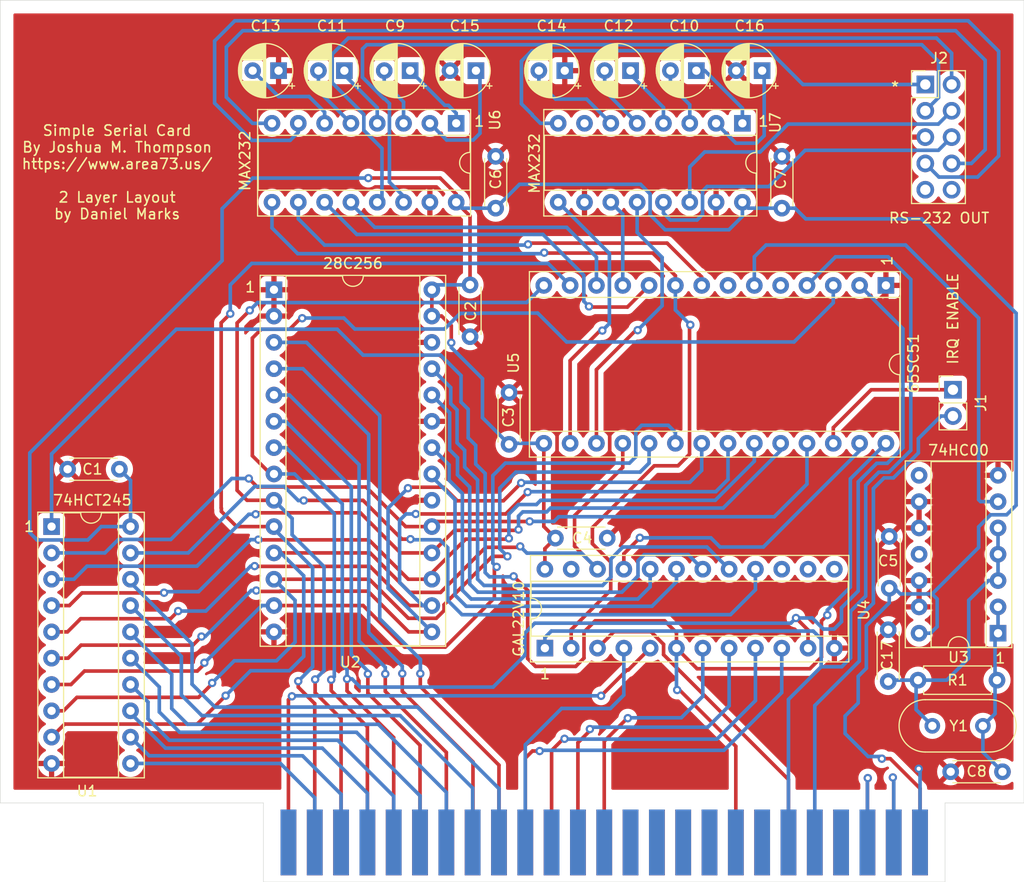
<source format=kicad_pcb>
(kicad_pcb (version 20211014) (generator pcbnew)
  (layers (0 "F.Cu" signal) (31 "B.Cu" signal) (34 "B.Paste" user) (35 "F.Paste" user) (36 "B.SilkS" user "B.Silkscreen") (37 "F.SilkS" user "F.Silkscreen") (38 "B.Mask" user) (39 "F.Mask" user) (44 "Edge.Cuts" user))
  (net 0 "")
  (net 1 "+5V")
  (net 2 "GND")
  (net 3 "Net-(C9-Pad2)")
  (net 4 "Net-(C9-Pad1)")
  (net 5 "Net-(C10-Pad2)")
  (net 6 "Net-(C10-Pad1)")
  (net 7 "Net-(C11-Pad1)")
  (net 8 "Net-(C11-Pad2)")
  (net 9 "Net-(C12-Pad1)")
  (net 10 "Net-(C12-Pad2)")
  (net 11 "Net-(C13-Pad2)")
  (net 12 "Net-(C14-Pad2)")
  (net 13 "Net-(C15-Pad1)")
  (net 14 "Net-(C16-Pad1)")
  (net 15 "Net-(J1-Pad1)")
  (net 16 "~{IRQ}")
  (net 17 "Net-(J2-Pad1)")
  (net 18 "Net-(J2-Pad2)")
  (net 19 "Net-(J2-Pad3)")
  (net 20 "Net-(J2-Pad4)")
  (net 21 "Net-(J2-Pad6)")
  (net 22 "Net-(J2-Pad7)")
  (net 23 "Net-(J2-Pad8)")
  (net 24 "Net-(P1-Pad24)")
  (net 25 "Net-(P1-Pad23)")
  (net 26 "~{IOSTRB}")
  (net 27 "R~{W}")
  (net 28 "A11")
  (net 29 "A10")
  (net 30 "A9")
  (net 31 "A8")
  (net 32 "A7")
  (net 33 "A6")
  (net 34 "A5")
  (net 35 "A4")
  (net 36 "A3")
  (net 37 "A2")
  (net 38 "A1")
  (net 39 "A0")
  (net 40 "~{IOSEL}")
  (net 41 "~{RES}")
  (net 42 "~{DEVSEL}")
  (net 43 "D0")
  (net 44 "D1")
  (net 45 "D2")
  (net 46 "D3")
  (net 47 "D4")
  (net 48 "D5")
  (net 49 "D6")
  (net 50 "D7")
  (net 51 "~{LATCHCE}")
  (net 52 "ROMA10")
  (net 53 "~{ROMOE}")
  (net 54 "ROMA9")
  (net 55 "ROMA8")
  (net 56 "SERCLK")
  (net 57 "Net-(U4-Pad2)")
  (net 58 "Net-(U5-Pad12)")
  (net 59 "Net-(U5-Pad11)")
  (net 60 "Net-(U5-Pad10)")
  (net 61 "Net-(U5-Pad8)")
  (net 62 "Net-(U5-Pad17)")
  (net 63 "Net-(U5-Pad16)")
  (net 64 "PHI2")
  (net 65 "MD7")
  (net 66 "MD6")
  (net 67 "MD5")
  (net 68 "MD4")
  (net 69 "MD3")
  (net 70 "MD2")
  (net 71 "MD1")
  (net 72 "MD0")
  (net 92 "Net-(R1-Pad1)")
  (net 93 "Net-(R1-Pad2)")
  (footprint "Connector_PinHeader_2.54mm:PinHeader_2x05_P2.54mm_Vertical" (layer "F.Cu") (at 190.881 50.038)
    (fp_text reference "J2")
    (fp_text value "RS-232 OUT")
  )
  (footprint "Package_DIP:DIP-20_W7.62mm_Socket" (layer "F.Cu") (at 106.553 92.71)
    (fp_text reference "U1")
    (fp_text value "74HCT245" hide)
  )
  (footprint "Package_DIP:DIP-28_W15.24mm_Socket" (layer "F.Cu") (at 128.016 69.85)
    (fp_text reference "U2")
    (fp_text value "28C256" hide)
  )
  (footprint "Package_DIP:DIP-16_W7.62mm_Socket" (layer "F.Cu") (at 173.228 53.7845 -90)
    (fp_text reference "U7")
    (fp_text value "MAX3232" hide)
  )
  (footprint "Capacitor_THT:C_Disc_D4.3mm_W1.9mm_P5.00mm" (layer "F.Cu") (at 146.94 69.38 -90)
    (fp_text reference "C2")
    (fp_text value "0.1u" hide)
  )
  (footprint "Capacitor_THT:C_Disc_D4.3mm_W1.9mm_P5.00mm" (layer "F.Cu") (at 150.71 84.77 90)
    (fp_text reference "C3")
    (fp_text value "0.1u" hide)
  )
  (footprint "Capacitor_THT:C_Disc_D4.3mm_W1.9mm_P5.00mm" (layer "F.Cu") (at 155.18 93.82)
    (fp_text reference "C4")
    (fp_text value "0.1u" hide)
  )
  (footprint "Capacitor_THT:C_Disc_D4.3mm_W1.9mm_P5.00mm" (layer "F.Cu") (at 187.4 98.66 90)
    (fp_text reference "C5")
    (fp_text value "0.1u" hide)
  )
  (footprint "Capacitor_THT:C_Disc_D4.3mm_W1.9mm_P5.00mm" (layer "F.Cu") (at 177.038 61.976 90)
    (fp_text reference "C7")
    (fp_text value "0.1u" hide)
  )
  (footprint "Capacitor_THT:CP_Radial_D5.0mm_P2.50mm" (layer "F.Cu") (at 162.433 48.7045 180)
    (fp_text reference "C12")
    (fp_text value "1u" hide)
  )
  (footprint "Capacitor_THT:CP_Radial_D5.0mm_P2.50mm" (layer "F.Cu") (at 128.4605 48.7045 180)
    (fp_text reference "C13")
    (fp_text value "1u" hide)
  )
  (footprint "Capacitor_THT:CP_Radial_D5.0mm_P2.50mm" (layer "F.Cu") (at 175.133 48.7045 180)
    (fp_text reference "C16")
    (fp_text value "1u" hide)
  )
  (footprint "Capacitor_THT:CP_Radial_D5.0mm_P2.50mm" (layer "F.Cu") (at 156.083 48.7045 180)
    (fp_text reference "C14")
    (fp_text value "1u" hide)
  )
  (footprint "Package_DIP:DIP-28_W15.24mm_Socket" (layer "F.Cu") (at 187.08 69.43 -90)
    (fp_text reference "U5")
    (fp_text value "W65C51NxP" hide)
  )
  (footprint "Capacitor_THT:C_Disc_D4.3mm_W1.9mm_P5.00mm" (layer "F.Cu") (at 113.1 87.17 180)
    (fp_text reference "C1")
    (fp_text value "0.1u" hide)
  )
  (footprint "Capacitor_THT:CP_Radial_D5.0mm_P2.50mm" (layer "F.Cu") (at 141.1605 48.7045 180)
    (fp_text reference "C9")
    (fp_text value "1u" hide)
  )
  (footprint "Package_DIP:DIP-16_W7.62mm_Socket" (layer "F.Cu") (at 145.6055 53.7845 -90)
    (fp_text reference "U6")
    (fp_text value "MAX3232" hide)
  )
  (footprint "Capacitor_THT:C_Disc_D4.3mm_W1.9mm_P5.00mm" (layer "F.Cu") (at 149.4155 61.976 90)
    (fp_text reference "C6")
    (fp_text value "0.1u" hide)
  )
  (footprint "Capacitor_THT:CP_Radial_D5.0mm_P2.50mm" (layer "F.Cu") (at 147.5105 48.7045 180)
    (fp_text reference "C15")
    (fp_text value "1u" hide)
  )
  (footprint "Capacitor_THT:CP_Radial_D5.0mm_P2.50mm" (layer "F.Cu") (at 134.8105 48.7045 180)
    (fp_text reference "C11")
    (fp_text value "1u" hide)
  )
  (footprint "Capacitor_THT:CP_Radial_D5.0mm_P2.50mm" (layer "F.Cu") (at 168.783 48.7045 180)
    (fp_text reference "C10")
    (fp_text value "1u" hide)
  )
  (footprint "Apple2-Bus:Male_Card-Edge_50_pin__100_mil" (layer "F.Cu") (at 159.893 123.19)
    (fp_text reference "P1" hide)
    (fp_text value "A2Bus" hide)
  )
  (footprint "Package_DIP:DIP-24_W7.62mm_Socket" (layer "F.Cu") (at 154.165 104.44 90)
    (fp_text reference "U4")
    (fp_text value "SSCGLU" hide)
  )
  (footprint "Connector_PinHeader_2.54mm:PinHeader_1x02_P2.54mm_Vertical" (layer "F.Cu") (at 193.548 79.502)
    (fp_text reference "J1")
    (fp_text value "IRQ ENABLE")
  )
  (footprint "Package_DIP:DIP-14_W7.62mm_Socket" (layer "F.Cu") (at 197.9 103 180)
    (fp_text reference "U3")
    (fp_text value "74HC00")
  )
  (footprint "Capacitor_THT:C_Disc_D4.3mm_W1.9mm_P5.00mm" (layer "F.Cu") (at 187.3 107.66 90)
    (fp_text reference "C17")
    (fp_text value "20 pF")
  )
  (footprint "Crystal:Crystal_HC49-U_Vertical" (layer "F.Cu") (at 196.44 111.94 180)
    (fp_text reference "Y1")
    (fp_text value "1.8432 MHz")
  )
  (footprint "Resistor_THT:R_Axial_DIN0207_L6.3mm_D2.5mm_P7.62mm_Horizontal" (layer "F.Cu") (at 197.8 107.53 180)
    (fp_text reference "R1")
    (fp_text value "1M")
  )
  (footprint "Capacitor_THT:C_Disc_D4.3mm_W1.9mm_P5.00mm" (layer "F.Cu") (at 198.33 116.37 180)
    (fp_text reference "C8")
    (fp_text value "20 pF")
  )
  (gr_line (start 127 127) (end 192.786 127) (layer "Edge.Cuts") (width 0.05))
  (gr_line (start 192.786 119.38) (end 200.406 119.38) (layer "Edge.Cuts") (width 0.05))
  (gr_line (start 127 119.38) (end 127 127) (layer "Edge.Cuts") (width 0.05))
  (gr_line (start 101.6 41.91) (end 101.6 119.38) (layer "Edge.Cuts") (width 0.05))
  (gr_line (start 101.6 41.91) (end 200.406 41.91) (layer "Edge.Cuts") (width 0.05))
  (gr_line (start 101.6 119.38) (end 127 119.38) (layer "Edge.Cuts") (width 0.05))
  (gr_line (start 200.406 41.91) (end 200.406 119.38) (layer "Edge.Cuts") (width 0.05))
  (gr_line (start 192.786 119.38) (end 192.786 127) (layer "Edge.Cuts") (width 0.05))
  (gr_text "MAX232" (at 125.222 57.404 90) (layer "F.SilkS") (effects (font (size 1 1))))
  (gr_text "1" (at 104.394 92.71) (layer "F.SilkS") (effects (font (size 1 1))))
  (gr_text "MAX232" (at 153.162 57.658 90) (layer "F.SilkS") (effects (font (size 1 1))))
  (gr_text "1" (at 154.178 106.934) (layer "F.SilkS") (effects (font (size 1 1))))
  (gr_text "28C256" (at 135.636 67.31) (layer "F.SilkS") (effects (font (size 1 1))))
  (gr_text "Simple Serial Card\nBy Joshua M. Thompson\nhttps://www.area73.us/\n\n2 Layer Layout\nby Daniel Marks" (at 112.88 58.51) (layer "F.SilkS") (effects (font (size 1 1))))
  (gr_text "1" (at 175.26 53.594) (layer "F.SilkS") (effects (font (size 1 1))))
  (gr_text "65SC51" (at 189.738 76.962 90) (layer "F.SilkS") (effects (font (size 1 1))))
  (gr_text "GAL22V10" (at 151.638 101.6 90) (layer "F.SilkS") (effects (font (size 1 1))))
  (gr_text "1" (at 198.12 105.41) (layer "F.SilkS") (effects (font (size 1 1))))
  (gr_text "74HC00" (at 194.09 85.344) (layer "F.SilkS") (effects (font (size 1 1))))
  (gr_text "74HCT245" (at 110.49 90.17) (layer "F.SilkS") (effects (font (size 1 1))))
  (gr_text "1" (at 125.73 69.596) (layer "F.SilkS") (effects (font (size 1 1))))
  (gr_text "*" (at 187.96 50.292) (layer "F.SilkS") (effects (font (size 1 1))))
  (gr_text "1" (at 147.828 53.594) (layer "F.SilkS") (effects (font (size 1 1))))
  (gr_text "1" (at 187.198 67.056 90) (layer "F.SilkS") (effects (font (size 1 1))))
  (segment (start 190.373 117.983) (end 190.373 123.19) (width 0.35) (layer "F.Cu") (net 1))
  (segment (start 145.13 74.96) (end 145.13 73.32) (width 0.35) (layer "F.Cu") (net 1))
  (segment (start 137.12 59.07) (end 144.06 59.07) (width 0.35) (layer "F.Cu") (net 1))
  (segment (start 186.69 115.11) (end 187.5 115.11) (width 0.35) (layer "F.Cu") (net 1))
  (segment (start 145.13 73.32) (end 144.2 72.39) (width 0.35) (layer "F.Cu") (net 1))
  (segment (start 144.2 72.39) (end 143.256 72.39) (width 0.35) (layer "F.Cu") (net 1))
  (segment (start 143.256 69.85) (end 143.256 72.39) (width 0.35) (layer "F.Cu") (net 1))
  (segment (start 155.18 93.82) (end 154.165 94.835) (width 0.35) (layer "F.Cu") (net 1))
  (segment (start 146.94 69.38) (end 146.94 62.739) (width 0.35) (layer "F.Cu") (net 1))
  (segment (start 154.06 92.7) (end 155.18 93.82) (width 0.35) (layer "F.Cu") (net 1))
  (segment (start 145.6055 60.6155) (end 145.6055 61.4045) (width 0.35) (layer "F.Cu") (net 1))
  (segment (start 154.06 84.67) (end 154.06 92.7) (width 0.35) (layer "F.Cu") (net 1))
  (segment (start 154.165 94.835) (end 154.165 96.82) (width 0.35) (layer "F.Cu") (net 1))
  (segment (start 146.94 62.739) (end 145.6055 61.4045) (width 0.35) (layer "F.Cu") (net 1))
  (segment (start 187.5 115.11) (end 190.373 117.983) (width 0.35) (layer "F.Cu") (net 1))
  (segment (start 144.06 59.07) (end 145.6055 60.6155) (width 0.35) (layer "F.Cu") (net 1))
  (via (at 186.69 115.11) (size 0.8) (drill 0.4) (layers "F.Cu" "B.Cu") (net 1))
  (via (at 145.13 74.96) (size 0.8) (drill 0.4) (layers "F.Cu" "B.Cu") (net 1))
  (via (at 137.12 59.07) (size 0.8) (drill 0.4) (layers "F.Cu" "B.Cu") (net 1))
  (segment (start 173.228 62.762) (end 171.93 64.06) (width 0.35) (layer "B.Cu") (net 1))
  (segment (start 105.15 94) (end 104.45 93.3) (width 0.35) (layer "B.Cu") (net 1))
  (segment (start 114.173 88.243) (end 113.1 87.17) (width 0.35) (layer "B.Cu") (net 1))
  (segment (start 173.7995 61.976) (end 173.228 61.4045) (width 0.35) (layer "B.Cu") (net 1))
  (segment (start 185.19 102.28) (end 187.4 100.07) (width 0.35) (layer "B.Cu") (net 1))
  (segment (start 165.77 64.06) (end 164.32 62.61) (width 0.35) (layer "B.Cu") (net 1))
  (segment (start 146.94 69.38) (end 143.726 69.38) (width 0.35) (layer "B.Cu") (net 1))
  (segment (start 191.54 99.21) (end 196.03 94.72) (width 0.35) (layer "B.Cu") (net 1))
  (segment (start 125.97 59.07) (end 137.12 59.07) (width 0.35) (layer "B.Cu") (net 1))
  (segment (start 177.038 61.976) (end 173.7995 61.976) (width 0.35) (layer "B.Cu") (net 1))
  (segment (start 123.01 67.04) (end 123.01 62.03) (width 0.35) (layer "B.Cu") (net 1))
  (segment (start 196.03 92.73) (end 197.19 91.57) (width 0.35) (layer "B.Cu") (net 1))
  (segment (start 183.14 112.68) (end 183.14 110.992) (width 0.35) (layer "B.Cu") (net 1))
  (segment (start 110.05 94) (end 105.15 94) (width 0.35) (layer "B.Cu") (net 1))
  (segment (start 150.81 84.67) (end 150.71 84.77) (width 0.35) (layer "B.Cu") (net 1))
  (segment (start 199.644 90.656) (end 199.644 72.114) (width 0.35) (layer "B.Cu") (net 1))
  (segment (start 164.32 62.61) (end 164.32 60.6) (width 0.35) (layer "B.Cu") (net 1))
  (segment (start 149.4155 61.976) (end 146.177 61.976) (width 0.35) (layer "B.Cu") (net 1))
  (segment (start 185.19 106.38) (end 185.19 102.28) (width 0.35) (layer "B.Cu") (net 1))
  (segment (start 187.4 100.07) (end 187.4 98.66) (width 0.35) (layer "B.Cu") (net 1))
  (segment (start 197.19 91.57) (end 198.73 91.57) (width 0.35) (layer "B.Cu") (net 1))
  (segment (start 198.73 91.57) (end 199.644 90.656) (width 0.35) (layer "B.Cu") (net 1))
  (segment (start 164.32 60.6) (end 163.39 59.67) (width 0.35) (layer "B.Cu") (net 1))
  (segment (start 196.03 94.72) (end 196.03 92.73) (width 0.35) (layer "B.Cu") (net 1))
  (segment (start 179.34 63.01) (end 178.306 61.976) (width 0.35) (layer "B.Cu") (net 1))
  (segment (start 111.34 92.71) (end 110.05 94) (width 0.35) (layer "B.Cu") (net 1))
  (segment (start 192.024 102.362) (end 192.024 99.694) (width 0.35) (layer "B.Cu") (net 1))
  (segment (start 151.7215 59.67) (end 149.4155 61.976) (width 0.35) (layer "B.Cu") (net 1))
  (segment (start 123.01 62.03) (end 125.97 59.07) (width 0.35) (layer "B.Cu") (net 1))
  (segment (start 192.024 99.694) (end 191.54 99.21) (width 0.35) (layer "B.Cu") (net 1))
  (segment (start 186.48 114.9) (end 185.36 114.9) (width 0.35) (layer "B.Cu") (net 1))
  (segment (start 104.45 85.6) (end 123.01 67.04) (width 0.35) (layer "B.Cu") (net 1))
  (segment (start 148.14 82.2) (end 148.14 78.43) (width 0.35) (layer "B.Cu") (net 1))
  (segment (start 163.39 59.67) (end 151.7215 59.67) (width 0.35) (layer "B.Cu") (net 1))
  (segment (start 114.173 92.71) (end 111.34 92.71) (width 0.35) (layer "B.Cu") (net 1))
  (segment (start 187.4 98.66) (end 187.92 98.66) (width 0.35) (layer "B.Cu") (net 1))
  (segment (start 184.404 109.728) (end 184.404 107.166) (width 0.35) (layer "B.Cu") (net 1))
  (segment (start 185.36 114.9) (end 183.14 112.68) (width 0.35) (layer "B.Cu") (net 1))
  (segment (start 173.228 61.4045) (end 173.228 62.762) (width 0.35) (layer "B.Cu") (net 1))
  (segment (start 143.726 69.38) (end 143.256 69.85) (width 0.35) (layer "B.Cu") (net 1))
  (segment (start 150.71 84.77) (end 148.14 82.2) (width 0.35) (layer "B.Cu") (net 1))
  (segment (start 190.28 103) (end 191.386 103) (width 0.35) (layer "B.Cu") (net 1))
  (segment (start 145.13 75.42) (end 145.13 74.96) (width 0.35) (layer "B.Cu") (net 1))
  (segment (start 186.69 115.11) (end 186.48 114.9) (width 0.35) (layer "B.Cu") (net 1))
  (segment (start 154.06 84.67) (end 150.81 84.67) (width 0.35) (layer "B.Cu") (net 1))
  (segment (start 187.92 98.66) (end 188.47 99.21) (width 0.35) (layer "B.Cu") (net 1))
  (segment (start 190.54 63.01) (end 179.34 63.01) (width 0.35) (layer "B.Cu") (net 1))
  (segment (start 183.14 110.992) (end 184.404 109.728) (width 0.35) (layer "B.Cu") (net 1))
  (segment (start 199.644 72.114) (end 190.54 63.01) (width 0.35) (layer "B.Cu") (net 1))
  (segment (start 191.386 103) (end 192.024 102.362) (width 0.35) (layer "B.Cu") (net 1))
  (segment (start 171.93 64.06) (end 165.77 64.06) (width 0.35) (layer "B.Cu") (net 1))
  (segment (start 104.45 93.3) (end 104.45 85.6) (width 0.35) (layer "B.Cu") (net 1))
  (segment (start 188.47 99.21) (end 191.54 99.21) (width 0.35) (layer "B.Cu") (net 1))
  (segment (start 146.177 61.976) (end 145.6055 61.4045) (width 0.35) (layer "B.Cu") (net 1))
  (segment (start 114.173 92.71) (end 114.173 88.243) (width 0.35) (layer "B.Cu") (net 1))
  (segment (start 178.306 61.976) (end 177.038 61.976) (width 0.35) (layer "B.Cu") (net 1))
  (segment (start 145.13 75.42) (end 148.14 78.43) (width 0.35) (layer "B.Cu") (net 1))
  (segment (start 184.404 107.166) (end 185.19 106.38) (width 0.35) (layer "B.Cu") (net 1))
  (segment (start 158.86 87.14) (end 160.42 85.58) (width 0.35) (layer "F.Cu") (net 2))
  (segment (start 187.08 70.13) (end 187.08 69.43) (width 0.35) (layer "F.Cu") (net 2))
  (segment (start 155.34 82.41) (end 155.34 85.51) (width 0.35) (layer "F.Cu") (net 2))
  (segment (start 187.77 113.96) (end 185.25 113.96) (width 0.35) (layer "F.Cu") (net 2))
  (segment (start 155.34 85.51) (end 156.97 87.14) (width 0.35) (layer "F.Cu") (net 2))
  (segment (start 150.71 79.77) (end 152.7 79.77) (width 0.35) (layer "F.Cu") (net 2))
  (segment (start 185.72 71.49) (end 187.08 70.13) (width 0.35) (layer "F.Cu") (net 2))
  (segment (start 185.25 113.96) (end 182.105 110.815) (width 0.35) (layer "F.Cu") (net 2))
  (segment (start 166.46 71.49) (end 185.72 71.49) (width 0.35) (layer "F.Cu") (net 2))
  (segment (start 165.79 77.9) (end 165.79 72.16) (width 0.35) (layer "F.Cu") (net 2))
  (segment (start 190.246 116.078) (end 189.888 116.078) (width 0.35) (layer "F.Cu") (net 2))
  (segment (start 156.97 87.14) (end 158.86 87.14) (width 0.35) (layer "F.Cu") (net 2))
  (segment (start 189.888 116.078) (end 187.77 113.96) (width 0.35) (layer "F.Cu") (net 2))
  (segment (start 152.7 79.77) (end 155.34 82.41) (width 0.35) (layer "F.Cu") (net 2))
  (segment (start 160.42 85.58) (end 160.42 83.27) (width 0.35) (layer "F.Cu") (net 2))
  (segment (start 165.79 72.16) (end 166.46 71.49) (width 0.35) (layer "F.Cu") (net 2))
  (segment (start 182.105 110.815) (end 182.105 104.44) (width 0.35) (layer "F.Cu") (net 2))
  (segment (start 160.42 83.27) (end 165.79 77.9) (width 0.35) (layer "F.Cu") (net 2))
  (via (at 190.246 116.078) (size 0.8) (drill 0.4) (layers "F.Cu" "B.Cu") (net 2))
  (segment (start 190.246 116.078) (end 190.373 116.205) (width 0.35) (layer "B.Cu") (net 2))
  (segment (start 190.373 116.205) (end 190.373 123.19) (width 0.35) (layer "B.Cu") (net 2))
  (segment (start 138.6605 48.7045) (end 138.6605 49.8605) (width 0.35) (layer "B.Cu") (net 3))
  (segment (start 138.6605 49.8605) (end 140.5255 51.7255) (width 0.35) (layer "B.Cu") (net 3))
  (segment (start 140.5255 51.7255) (end 140.5255 53.7845) (width 0.35) (layer "B.Cu") (net 3))
  (segment (start 144.85 52.05) (end 145.6055 52.8055) (width 0.35) (layer "B.Cu") (net 4))
  (segment (start 145.6055 52.8055) (end 145.6055 53.7845) (width 0.35) (layer "B.Cu") (net 4))
  (segment (start 144.506 52.05) (end 144.85 52.05) (width 0.35) (layer "B.Cu") (net 4))
  (segment (start 141.1605 48.7045) (end 144.506 52.05) (width 0.35) (layer "B.Cu") (net 4))
  (segment (start 166.283 50.133) (end 168.148 51.998) (width 0.35) (layer "B.Cu") (net 5))
  (segment (start 166.283 48.7045) (end 166.283 50.133) (width 0.35) (layer "B.Cu") (net 5))
  (segment (start 168.148 51.998) (end 168.148 53.7845) (width 0.35) (layer "B.Cu") (net 5))
  (segment (start 169.6045 48.7045) (end 173.228 52.328) (width 0.35) (layer "B.Cu") (net 6))
  (segment (start 173.228 52.328) (end 173.228 53.7845) (width 0.35) (layer "B.Cu") (net 6))
  (segment (start 168.783 48.7045) (end 169.6045 48.7045) (width 0.35) (layer "B.Cu") (net 6))
  (segment (start 134.8105 49.1105) (end 137.9855 52.2855) (width 0.35) (layer "B.Cu") (net 7))
  (segment (start 134.8105 48.7045) (end 134.8105 49.1105) (width 0.35) (layer "B.Cu") (net 7))
  (segment (start 137.9855 52.2855) (end 137.9855 53.7845) (width 0.35) (layer "B.Cu") (net 7))
  (segment (start 132.3105 48.7045) (end 132.3105 50.6495) (width 0.35) (layer "B.Cu") (net 8))
  (segment (start 132.3105 50.6495) (end 135.4455 53.7845) (width 0.35) (layer "B.Cu") (net 8))
  (segment (start 162.433 48.7045) (end 162.433 49.083) (width 0.35) (layer "B.Cu") (net 9))
  (segment (start 162.433 49.083) (end 165.608 52.258) (width 0.35) (layer "B.Cu") (net 9))
  (segment (start 165.608 52.258) (end 165.608 53.7845) (width 0.35) (layer "B.Cu") (net 9))
  (segment (start 159.933 50.6495) (end 163.068 53.7845) (width 0.35) (layer "B.Cu") (net 10))
  (segment (start 159.933 48.7045) (end 159.933 50.6495) (width 0.35) (layer "B.Cu") (net 10))
  (segment (start 132.9055 52.7055) (end 132.9055 53.7845) (width 0.35) (layer "B.Cu") (net 11))
  (segment (start 131.4 51.2) (end 132.9055 52.7055) (width 0.35) (layer "B.Cu") (net 11))
  (segment (start 128.456 51.2) (end 131.4 51.2) (width 0.35) (layer "B.Cu") (net 11))
  (segment (start 125.9605 48.7045) (end 128.456 51.2) (width 0.35) (layer "B.Cu") (net 11))
  (segment (start 155.2 51.45) (end 153.583 49.833) (width 0.35) (layer "B.Cu") (net 12))
  (segment (start 158.1935 51.45) (end 155.2 51.45) (width 0.35) (layer "B.Cu") (net 12))
  (segment (start 160.528 53.7845) (end 158.1935 51.45) (width 0.35) (layer "B.Cu") (net 12))
  (segment (start 153.583 49.833) (end 153.583 48.7045) (width 0.35) (layer "B.Cu") (net 12))
  (segment (start 147.25 55.4) (end 147.9 54.75) (width 0.35) (layer "B.Cu") (net 13))
  (segment (start 147.9 54.75) (end 147.9 49.094) (width 0.35) (layer "B.Cu") (net 13))
  (segment (start 143.0655 53.7845) (end 144.681 55.4) (width 0.35) (layer "B.Cu") (net 13))
  (segment (start 147.9 49.094) (end 147.5105 48.7045) (width 0.35) (layer "B.Cu") (net 13))
  (segment (start 144.681 55.4) (end 147.25 55.4) (width 0.35) (layer "B.Cu") (net 13))
  (segment (start 175.33 54.97) (end 175.33 48.9015) (width 0.35) (layer "B.Cu") (net 14))
  (segment (start 174.6 55.7) (end 175.33 54.97) (width 0.35) (layer "B.Cu") (net 14))
  (segment (start 175.33 48.9015) (end 175.133 48.7045) (width 0.35) (layer "B.Cu") (net 14))
  (segment (start 170.688 53.7845) (end 172.6035 55.7) (width 0.35) (layer "B.Cu") (net 14))
  (segment (start 172.6035 55.7) (end 174.6 55.7) (width 0.35) (layer "B.Cu") (net 14))
  (segment (start 185.658 79.502) (end 193.548 79.502) (width 0.35) (layer "F.Cu") (net 15))
  (segment (start 182 83.16) (end 185.658 79.502) (width 0.35) (layer "F.Cu") (net 15))
  (segment (start 182 84.67) (end 182 83.16) (width 0.35) (layer "F.Cu") (net 15))
  (segment (start 180.213 109.987) (end 180.213 123.19) (width 0.35) (layer "B.Cu") (net 16))
  (segment (start 193.548 82.042) (end 192.388 82.042) (width 0.35) (layer "B.Cu") (net 16))
  (segment (start 187.80048 88.00952) (end 186.90048 88.00952) (width 0.35) (layer "B.Cu") (net 16))
  (segment (start 185.87 100.1) (end 184.51 101.46) (width 0.35) (layer "B.Cu") (net 16))
  (segment (start 190.21 85.6) (end 187.80048 88.00952) (width 0.35) (layer "B.Cu") (net 16))
  (segment (start 186.90048 88.00952) (end 185.87 89.04) (width 0.35) (layer "B.Cu") (net 16))
  (segment (start 185.87 89.04) (end 185.87 100.1) (width 0.35) (layer "B.Cu") (net 16))
  (segment (start 190.21 84.22) (end 190.21 85.6) (width 0.35) (layer "B.Cu") (net 16))
  (segment (start 184.51 105.69) (end 180.213 109.987) (width 0.35) (layer "B.Cu") (net 16))
  (segment (start 184.51 101.46) (end 184.51 105.69) (width 0.35) (layer "B.Cu") (net 16))
  (segment (start 192.388 82.042) (end 190.21 84.22) (width 0.35) (layer "B.Cu") (net 16))
  (segment (start 152.95 52.95) (end 152.95 53) (width 0.35) (layer "B.Cu") (net 17))
  (segment (start 151.9 51.9) (end 152.95 52.95) (width 0.35) (layer "B.Cu") (net 17))
  (segment (start 179.068 50.038) (end 175.81 46.78) (width 0.35) (layer "B.Cu") (net 17))
  (segment (start 152.91 46.78) (end 151.9 47.79) (width 0.35) (layer "B.Cu") (net 17))
  (segment (start 175.81 46.78) (end 152.91 46.78) (width 0.35) (layer "B.Cu") (net 17))
  (segment (start 153.7345 53.7845) (end 155.448 53.7845) (width 0.35) (layer "B.Cu") (net 17))
  (segment (start 190.881 50.038) (end 179.068 50.038) (width 0.35) (layer "B.Cu") (net 17))
  (segment (start 152.95 53) (end 153.7345 53.7845) (width 0.35) (layer "B.Cu") (net 17))
  (segment (start 151.9 47.79) (end 151.9 51.9) (width 0.35) (layer "B.Cu") (net 17))
  (segment (start 133.635989 49.875989) (end 136.69 52.93) (width 0.35) (layer "B.Cu") (net 18))
  (segment (start 138.44 56.21) (end 138.44 60.95) (width 0.35) (layer "B.Cu") (net 18))
  (segment (start 138.44 60.95) (end 137.9855 61.4045) (width 0.35) (layer "B.Cu") (net 18))
  (segment (start 133.635989 47.114011) (end 133.635989 49.875989) (width 0.35) (layer "B.Cu") (net 18))
  (segment (start 193.421 50.038) (end 193.421 47.021) (width 0.35) (layer "B.Cu") (net 18))
  (segment (start 193.421 47.021) (end 191.96 45.56) (width 0.35) (layer "B.Cu") (net 18))
  (segment (start 136.69 52.93) (end 136.69 54.46) (width 0.35) (layer "B.Cu") (net 18))
  (segment (start 191.96 45.56) (end 135.19 45.56) (width 0.35) (layer "B.Cu") (net 18))
  (segment (start 135.19 45.56) (end 133.635989 47.114011) (width 0.35) (layer "B.Cu") (net 18))
  (segment (start 136.69 54.46) (end 138.44 56.21) (width 0.35) (layer "B.Cu") (net 18))
  (segment (start 136.97 46.2) (end 136.56 46.61) (width 0.35) (layer "B.Cu") (net 19))
  (segment (start 190.881 52.578) (end 192.16 51.299) (width 0.35) (layer "B.Cu") (net 19))
  (segment (start 190.54 46.2) (end 136.97 46.2) (width 0.35) (layer "B.Cu") (net 19))
  (segment (start 136.56 49.35) (end 138.62 51.41) (width 0.35) (layer "B.Cu") (net 19))
  (segment (start 140.5255 60.8255) (end 140.5255 61.4045) (width 0.35) (layer "B.Cu") (net 19))
  (segment (start 192.16 51.299) (end 192.16 47.82) (width 0.35) (layer "B.Cu") (net 19))
  (segment (start 192.16 47.82) (end 190.54 46.2) (width 0.35) (layer "B.Cu") (net 19))
  (segment (start 138.62 51.41) (end 138.69 51.41) (width 0.35) (layer "B.Cu") (net 19))
  (segment (start 138.69 51.41) (end 139.160011 51.880011) (width 0.35) (layer "B.Cu") (net 19))
  (segment (start 139.160011 59.460011) (end 140.5255 60.8255) (width 0.35) (layer "B.Cu") (net 19))
  (segment (start 136.56 46.61) (end 136.56 49.35) (width 0.35) (layer "B.Cu") (net 19))
  (segment (start 139.160011 51.880011) (end 139.160011 59.460011) (width 0.35) (layer "B.Cu") (net 19))
  (segment (start 169.59 56.55) (end 168.148 57.992) (width 0.35) (layer "B.Cu") (net 20))
  (segment (start 177.63 53.86) (end 174.94 56.55) (width 0.35) (layer "B.Cu") (net 20))
  (segment (start 174.94 56.55) (end 169.59 56.55) (width 0.35) (layer "B.Cu") (net 20))
  (segment (start 193.421 52.578) (end 192.139 53.86) (width 0.35) (layer "B.Cu") (net 20))
  (segment (start 192.139 53.86) (end 177.63 53.86) (width 0.35) (layer "B.Cu") (net 20))
  (segment (start 168.148 57.992) (end 168.148 61.4045) (width 0.35) (layer "B.Cu") (net 20))
  (segment (start 179.28501 56.39) (end 175.78501 59.89) (width 0.35) (layer "B.Cu") (net 21))
  (segment (start 168.85 63.12) (end 166.27 63.12) (width 0.35) (layer "B.Cu") (net 21))
  (segment (start 169.38 60.33) (end 169.38 62.59) (width 0.35) (layer "B.Cu") (net 21))
  (segment (start 169.82 59.89) (end 169.38 60.33) (width 0.35) (layer "B.Cu") (net 21))
  (segment (start 169.38 62.59) (end 168.85 63.12) (width 0.35) (layer "B.Cu") (net 21))
  (segment (start 175.78501 59.89) (end 169.82 59.89) (width 0.35) (layer "B.Cu") (net 21))
  (segment (start 192.149 56.39) (end 179.28501 56.39) (width 0.35) (layer "B.Cu") (net 21))
  (segment (start 165.608 62.458) (end 165.608 61.4045) (width 0.35) (layer "B.Cu") (net 21))
  (segment (start 166.27 63.12) (end 165.608 62.458) (width 0.35) (layer "B.Cu") (net 21))
  (segment (start 193.421 55.118) (end 192.149 56.39) (width 0.35) (layer "B.Cu") (net 21))
  (segment (start 122.29 45.84) (end 122.29 51.84) (width 0.35) (layer "B.Cu") (net 22))
  (segment (start 197.96 56.94) (end 197.96 46.83) (width 0.35) (layer "B.Cu") (net 22))
  (segment (start 190.881 57.658) (end 192.196489 58.973489) (width 0.35) (layer "B.Cu") (net 22))
  (segment (start 195.926511 58.973489) (end 197.96 56.94) (width 0.35) (layer "B.Cu") (net 22))
  (segment (start 122.29 51.84) (end 125.88 55.43) (width 0.35) (layer "B.Cu") (net 22))
  (segment (start 129.58 55.43) (end 130.3655 54.6445) (width 0.35) (layer "B.Cu") (net 22))
  (segment (start 130.3655 54.6445) (end 130.3655 53.7845) (width 0.35) (layer "B.Cu") (net 22))
  (segment (start 125.88 55.43) (end 129.58 55.43) (width 0.35) (layer "B.Cu") (net 22))
  (segment (start 195.02 43.89) (end 124.24 43.89) (width 0.35) (layer "B.Cu") (net 22))
  (segment (start 192.196489 58.973489) (end 195.926511 58.973489) (width 0.35) (layer "B.Cu") (net 22))
  (segment (start 124.24 43.89) (end 122.29 45.84) (width 0.35) (layer "B.Cu") (net 22))
  (segment (start 197.96 46.83) (end 195.02 43.89) (width 0.35) (layer "B.Cu") (net 22))
  (segment (start 196.66 56.33) (end 196.66 47.7) (width 0.35) (layer "B.Cu") (net 23))
  (segment (start 195.332 57.658) (end 196.66 56.33) (width 0.35) (layer "B.Cu") (net 23))
  (segment (start 123.42 46.43) (end 123.42 51.26) (width 0.35) (layer "B.Cu") (net 23))
  (segment (start 193.81 44.85) (end 125 44.85) (width 0.35) (layer "B.Cu") (net 23))
  (segment (start 125.9445 53.7845) (end 127.8255 53.7845) (width 0.35) (layer "B.Cu") (net 23))
  (segment (start 125 44.85) (end 123.42 46.43) (width 0.35) (layer "B.Cu") (net 23))
  (segment (start 196.66 47.7) (end 193.81 44.85) (width 0.35) (layer "B.Cu") (net 23))
  (segment (start 193.421 57.658) (end 195.332 57.658) (width 0.35) (layer "B.Cu") (net 23))
  (segment (start 123.42 51.26) (end 125.9445 53.7845) (width 0.35) (layer "B.Cu") (net 23))
  (segment (start 187.833 117.003) (end 187.833 123.19) (width 0.35) (layer "F.Cu") (net 24))
  (segment (start 187.75 116.92) (end 187.833 117.003) (width 0.35) (layer "F.Cu") (net 24))
  (via (at 187.75 116.92) (size 0.8) (drill 0.4) (layers "F.Cu" "B.Cu") (net 24))
  (segment (start 187.833 117.003) (end 187.75 116.92) (width 0.35) (layer "B.Cu") (net 24))
  (segment (start 187.833 123.19) (end 187.833 117.003) (width 0.35) (layer "B.Cu") (net 24))
  (segment (start 185.33 116.98) (end 185.293 117.017) (width 0.35) (layer "F.Cu") (net 25))
  (segment (start 185.293 117.017) (end 185.293 123.19) (width 0.35) (layer "F.Cu") (net 25))
  (via (at 185.33 116.98) (size 0.8) (drill 0.4) (layers "F.Cu" "B.Cu") (net 25))
  (segment (start 185.33 116.98) (end 185.293 117.017) (width 0.35) (layer "B.Cu") (net 25))
  (segment (start 185.293 117.017) (end 185.293 123.19) (width 0.35) (layer "B.Cu") (net 25))
  (segment (start 164.39601 102.85) (end 165.62 104.07399) (width 0.35) (layer "F.Cu") (net 26))
  (segment (start 160.835 102.85) (end 164.39601 102.85) (width 0.35) (layer "F.Cu") (net 26))
  (segment (start 159.245 104.44) (end 160.835 102.85) (width 0.35) (layer "F.Cu") (net 26))
  (segment (start 165.62 105.07) (end 177.673 117.123) (width 0.35) (layer "F.Cu") (net 26))
  (segment (start 165.62 104.07399) (end 165.62 105.07) (width 0.35) (layer "F.Cu") (net 26))
  (segment (start 177.673 117.123) (end 177.673 123.19) (width 0.35) (layer "F.Cu") (net 26))
  (segment (start 166.865 102.945) (end 165.72 101.8) (width 0.35) (layer "F.Cu") (net 27))
  (segment (start 180.86 105.31) (end 179.74 106.43) (width 0.35) (layer "F.Cu") (net 27))
  (segment (start 165.72 101.8) (end 159.02 101.8) (width 0.35) (layer "F.Cu") (net 27))
  (segment (start 159.02 101.8) (end 157.94 102.88) (width 0.35) (layer "F.Cu") (net 27))
  (segment (start 168.855 106.43) (end 166.865 104.44) (width 0.35) (layer "F.Cu") (net 27))
  (segment (start 152.5 105.44) (end 152.5 98.86) (width 0.35) (layer "F.Cu") (net 27))
  (segment (start 166.865 104.44) (end 166.865 102.945) (width 0.35) (layer "F.Cu") (net 27))
  (segment (start 157.94 105.4) (end 157.14 106.2) (width 0.35) (layer "F.Cu") (net 27))
  (segment (start 167.16 108.48) (end 172.593 113.913) (width 0.35) (layer "F.Cu") (net 27))
  (segment (start 166.93 108.48) (end 167.16 108.48) (width 0.35) (layer "F.Cu") (net 27))
  (segment (start 153.26 106.2) (end 152.5 105.44) (width 0.35) (layer "F.Cu") (net 27))
  (segment (start 152.5 98.86) (end 151.15 97.51) (width 0.35) (layer "F.Cu") (net 27))
  (segment (start 179.74 106.43) (end 168.855 106.43) (width 0.35) (layer "F.Cu") (net 27))
  (segment (start 157.14 106.2) (end 153.26 106.2) (width 0.35) (layer "F.Cu") (net 27))
  (segment (start 157.94 102.88) (end 157.94 105.4) (width 0.35) (layer "F.Cu") (net 27))
  (segment (start 181.42 101.25) (end 180.86 101.81) (width 0.35) (layer "F.Cu") (net 27))
  (segment (start 172.593 113.913) (end 172.593 123.19) (width 0.35) (layer "F.Cu") (net 27))
  (segment (start 180.86 101.81) (end 180.86 105.31) (width 0.35) (layer "F.Cu") (net 27))
  (via (at 151.15 97.51) (size 0.8) (drill 0.4) (layers "F.Cu" "B.Cu") (net 27))
  (via (at 166.93 108.48) (size 0.8) (drill 0.4) (layers "F.Cu" "B.Cu") (net 27))
  (via (at 181.42 101.25) (size 0.8) (drill 0.4) (layers "F.Cu" "B.Cu") (net 27))
  (segment (start 118.59 73.66) (end 106.553 85.697) (width 0.35) (layer "B.Cu") (net 27))
  (segment (start 166.93 108.48) (end 166.93 108.43) (width 0.35) (layer "B.Cu") (net 27))
  (segment (start 146.76 84.14) (end 146.76 81.38) (width 0.35) (layer "B.Cu") (net 27))
  (segment (start 166.93 108.43) (end 166.865 108.365) (width 0.35) (layer "B.Cu") (net 27))
  (segment (start 183.642 88.108) (end 187.08 84.67) (width 0.35) (layer "B.Cu") (net 27))
  (segment (start 134.12 73.66) (end 118.59 73.66) (width 0.35) (layer "B.Cu") (net 27))
  (segment (start 106.553 85.697) (end 106.553 92.71) (width 0.35) (layer "B.Cu") (net 27))
  (segment (start 181.42 100.774) (end 183.642 98.552) (width 0.35) (layer "B.Cu") (net 27))
  (segment (start 146.07 80.69) (end 146.07 78.13) (width 0.35) (layer "B.Cu") (net 27))
  (segment (start 166.865 108.365) (end 166.865 104.44) (width 0.35) (layer "B.Cu") (net 27))
  (segment (start 144.1 76.16) (end 136.62 76.16) (width 0.35) (layer "B.Cu") (net 27))
  (segment (start 147.49 86.67) (end 147.49 84.87) (width 0.35) (layer "B.Cu") (net 27))
  (segment (start 148.4 97.14) (end 148.4 87.58) (width 0.35) (layer "B.Cu") (net 27))
  (segment (start 148.82 97.56) (end 148.4 97.14) (width 0.35) (layer "B.Cu") (net 27))
  (segment (start 148.4 87.58) (end 147.49 86.67) (width 0.35) (layer "B.Cu") (net 27))
  (segment (start 151.15 97.51) (end 151.1 97.56) (width 0.35) (layer "B.Cu") (net 27))
  (segment (start 147.49 84.87) (end 146.76 84.14) (width 0.35) (layer "B.Cu") (net 27))
  (segment (start 151.1 97.56) (end 148.82 97.56) (width 0.35) (layer "B.Cu") (net 27))
  (segment (start 183.642 98.552) (end 183.642 88.108) (width 0.35) (layer "B.Cu") (net 27))
  (segment (start 136.62 76.16) (end 134.12 73.66) (width 0.35) (layer "B.Cu") (net 27))
  (segment (start 146.76 81.38) (end 146.07 80.69) (width 0.35) (layer "B.Cu") (net 27))
  (segment (start 181.42 101.25) (end 181.42 100.774) (width 0.35) (layer "B.Cu") (net 27))
  (segment (start 146.07 78.13) (end 144.1 76.16) (width 0.35) (layer "B.Cu") (net 27))
  (segment (start 162.12 111.2) (end 159.893 113.427) (width 0.35) (layer "F.Cu") (net 28))
  (segment (start 159.893 113.427) (end 159.893 123.19) (width 0.35) (layer "F.Cu") (net 28))
  (segment (start 162.17 111.2) (end 162.12 111.2) (width 0.35) (layer "F.Cu") (net 28))
  (via (at 162.17 111.2) (size 0.8) (drill 0.4) (layers "F.Cu" "B.Cu") (net 28))
  (segment (start 162.21 111.16) (end 167.33 111.16) (width 0.35) (layer "B.Cu") (net 28))
  (segment (start 162.17 111.2) (end 162.21 111.16) (width 0.35) (layer "B.Cu") (net 28))
  (segment (start 167.33 111.16) (end 169.405 109.085) (width 0.35) (layer "B.Cu") (net 28))
  (segment (start 169.405 109.085) (end 169.405 104.44) (width 0.35) (layer "B.Cu") (net 28))
  (segment (start 158.51 112.25) (end 158.51 112.41) (width 0.35) (layer "F.Cu") (net 29))
  (segment (start 158.51 112.41) (end 157.353 113.567) (width 0.35) (layer "F.Cu") (net 29))
  (segment (start 157.353 113.567) (end 157.353 123.19) (width 0.35) (layer "F.Cu") (net 29))
  (via (at 158.51 112.25) (size 0.8) (drill 0.4) (layers "F.Cu" "B.Cu") (net 29))
  (segment (start 171.945 110.005) (end 171.945 104.44) (width 0.35) (layer "B.Cu") (net 29))
  (segment (start 158.51 112.25) (end 158.69 112.07) (width 0.35) (layer "B.Cu") (net 29))
  (segment (start 158.69 112.07) (end 169.88 112.07) (width 0.35) (layer "B.Cu") (net 29))
  (segment (start 169.88 112.07) (end 171.945 110.005) (width 0.35) (layer "B.Cu") (net 29))
  (segment (start 154.813 114.317) (end 154.813 123.19) (width 0.35) (layer "F.Cu") (net 30))
  (segment (start 155.94 113.19) (end 154.813 114.317) (width 0.35) (layer "F.Cu") (net 30))
  (segment (start 156.06 113.19) (end 155.94 113.19) (width 0.35) (layer "F.Cu") (net 30))
  (via (at 156.06 113.19) (size 0.8) (drill 0.4) (layers "F.Cu" "B.Cu") (net 30))
  (segment (start 156.09 113.22) (end 170.77 113.22) (width 0.35) (layer "B.Cu") (net 30))
  (segment (start 174.485 109.505) (end 174.485 104.44) (width 0.35) (layer "B.Cu") (net 30))
  (segment (start 170.77 113.22) (end 174.485 109.505) (width 0.35) (layer "B.Cu") (net 30))
  (segment (start 156.06 113.19) (end 156.09 113.22) (width 0.35) (layer "B.Cu") (net 30))
  (segment (start 153.66 114.37) (end 152.96 114.37) (width 0.35) (layer "F.Cu") (net 31))
  (segment (start 152.96 114.37) (end 152.273 115.057) (width 0.35) (layer "F.Cu") (net 31))
  (segment (start 152.273 115.057) (end 152.273 123.19) (width 0.35) (layer "F.Cu") (net 31))
  (via (at 153.66 114.37) (size 0.8) (drill 0.4) (layers "F.Cu" "B.Cu") (net 31))
  (segment (start 153.66 114.37) (end 153.73 114.3) (width 0.35) (layer "B.Cu") (net 31))
  (segment (start 177.025 108.725) (end 177.025 104.44) (width 0.35) (layer "B.Cu") (net 31))
  (segment (start 171.45 114.3) (end 177.025 108.725) (width 0.35) (layer "B.Cu") (net 31))
  (segment (start 153.73 114.3) (end 171.45 114.3) (width 0.35) (layer "B.Cu") (net 31))
  (segment (start 142.14 108.14) (end 149.733 115.733) (width 0.35) (layer "F.Cu") (net 32))
  (segment (start 142.14 106.9) (end 142.14 108.14) (width 0.35) (layer "F.Cu") (net 32))
  (segment (start 149.733 115.733) (end 149.733 123.19) (width 0.35) (layer "F.Cu") (net 32))
  (via (at 142.14 106.9) (size 0.8) (drill 0.4) (layers "F.Cu" "B.Cu") (net 32))
  (segment (start 142.15 106.89) (end 142.15 105.525) (width 0.35) (layer "B.Cu") (net 32))
  (segment (start 142.15 105.525) (end 138.225 101.6) (width 0.35) (layer "B.Cu") (net 32))
  (segment (start 142.14 106.9) (end 142.15 106.89) (width 0.35) (layer "B.Cu") (net 32))
  (segment (start 138.225 82) (end 131.155 74.93) (width 0.35) (layer "B.Cu") (net 32))
  (segment (start 138.225 101.6) (end 138.225 82) (width 0.35) (layer "B.Cu") (net 32))
  (segment (start 131.155 74.93) (end 128.016 74.93) (width 0.35) (layer "B.Cu") (net 32))
  (segment (start 147.225 115.425) (end 147.225 123.158) (width 0.35) (layer "F.Cu") (net 33))
  (segment (start 147.225 123.158) (end 147.193 123.19) (width 0.35) (layer "F.Cu") (net 33))
  (segment (start 140.4 108.6) (end 147.225 115.425) (width 0.35) (layer "F.Cu") (net 33))
  (segment (start 140.4 106.89) (end 140.4 108.6) (width 0.35) (layer "F.Cu") (net 33))
  (via (at 140.4 106.89) (size 0.8) (drill 0.4) (layers "F.Cu" "B.Cu") (net 33))
  (segment (start 137.16 83.82) (end 130.81 77.47) (width 0.35) (layer "B.Cu") (net 33))
  (segment (start 130.81 77.47) (end 128.016 77.47) (width 0.35) (layer "B.Cu") (net 33))
  (segment (start 137.16 102.935) (end 137.16 83.82) (width 0.35) (layer "B.Cu") (net 33))
  (segment (start 140.4 106.89) (end 140.4 106.175) (width 0.35) (layer "B.Cu") (net 33))
  (segment (start 140.4 106.175) (end 137.16 102.935) (width 0.35) (layer "B.Cu") (net 33))
  (segment (start 138.76 108.61) (end 144.653 114.503) (width 0.35) (layer "F.Cu") (net 34))
  (segment (start 144.653 114.503) (end 144.653 123.19) (width 0.35) (layer "F.Cu") (net 34))
  (segment (start 138.76 106.93) (end 138.76 108.61) (width 0.35) (layer "F.Cu") (net 34))
  (via (at 138.76 106.93) (size 0.8) (drill 0.4) (layers "F.Cu" "B.Cu") (net 34))
  (segment (start 138.76 106.93) (end 138.76 106.285) (width 0.35) (layer "B.Cu") (net 34))
  (segment (start 136.23 86.73) (end 129.51 80.01) (width 0.35) (layer "B.Cu") (net 34))
  (segment (start 138.76 106.285) (end 136.23 103.755) (width 0.35) (layer "B.Cu") (net 34))
  (segment (start 136.23 103.755) (end 136.23 86.73) (width 0.35) (layer "B.Cu") (net 34))
  (segment (start 129.51 80.01) (end 128.016 80.01) (width 0.35) (layer "B.Cu") (net 34))
  (segment (start 142.113 113.813) (end 142.113 123.19) (width 0.35) (layer "F.Cu") (net 35))
  (segment (start 137.08 108.78) (end 142.113 113.813) (width 0.35) (layer "F.Cu") (net 35))
  (segment (start 137.08 106.93) (end 137.08 108.78) (width 0.35) (layer "F.Cu") (net 35))
  (via (at 137.08 106.93) (size 0.8) (drill 0.4) (layers "F.Cu" "B.Cu") (net 35))
  (segment (start 137.08 106.655) (end 135.48 105.055) (width 0.35) (layer "B.Cu") (net 35))
  (segment (start 137.08 106.93) (end 137.08 106.655) (width 0.35) (layer "B.Cu") (net 35))
  (segment (start 129.15 82.55) (end 128.016 82.55) (width 0.35) (layer "B.Cu") (net 35))
  (segment (start 135.48 105.055) (end 135.48 88.88) (width 0.35) (layer "B.Cu") (net 35))
  (segment (start 135.48 88.88) (end 129.15 82.55) (width 0.35) (layer "B.Cu") (net 35))
  (segment (start 179.565 104.44) (end 179.565 102.695) (width 0.35) (layer "F.Cu") (net 36))
  (segment (start 179.565 102.695) (end 178.4 101.53) (width 0.35) (layer "F.Cu") (net 36))
  (segment (start 139.573 113.073) (end 139.573 123.19) (width 0.35) (layer "F.Cu") (net 36))
  (segment (start 135.07 107.41) (end 135.07 108.57) (width 0.35) (layer "F.Cu") (net 36))
  (segment (start 135.07 108.57) (end 139.573 113.073) (width 0.35) (layer "F.Cu") (net 36))
  (via (at 135.07 107.41) (size 0.8) (drill 0.4) (layers "F.Cu" "B.Cu") (net 36))
  (via (at 178.4 101.53) (size 0.8) (drill 0.4) (layers "F.Cu" "B.Cu") (net 36))
  (segment (start 152.22 103) (end 152.22 105.15) (width 0.35) (layer "B.Cu") (net 36))
  (segment (start 136.34 108.2) (end 135.55 107.41) (width 0.35) (layer "B.Cu") (net 36))
  (segment (start 178.4 101.53) (end 177.9 102.03) (width 0.35) (layer "B.Cu") (net 36))
  (segment (start 178.4 101.53) (end 179.97 101.53) (width 0.35) (layer "B.Cu") (net 36))
  (segment (start 182.08 102.6) (end 182.79 101.89) (width 0.35) (layer "B.Cu") (net 36))
  (segment (start 182.79 100.54) (end 184.404 98.926) (width 0.35) (layer "B.Cu") (net 36))
  (segment (start 188.722 73.612) (end 184.54 69.43) (width 0.35) (layer "B.Cu") (net 36))
  (segment (start 135.07 106.52) (end 134.61 106.06) (width 0.35) (layer "B.Cu") (net 36))
  (segment (start 135.07 107.41) (end 135.07 106.52) (width 0.35) (layer "B.Cu") (net 36))
  (segment (start 184.404 98.926) (end 184.404 88.392) (width 0.35) (layer "B.Cu") (net 36))
  (segment (start 186.196 86.6) (end 187.212 86.6) (width 0.35) (layer "B.Cu") (net 36))
  (segment (start 177.9 102.03) (end 153.19 102.03) (width 0.35) (layer "B.Cu") (net 36))
  (segment (start 129.19 85.09) (end 128.016 85.09) (width 0.35) (layer "B.Cu") (net 36))
  (segment (start 188.722 85.09) (end 188.722 73.612) (width 0.35) (layer "B.Cu") (net 36))
  (segment (start 187.212 86.6) (end 188.722 85.09) (width 0.35) (layer "B.Cu") (net 36))
  (segment (start 184.404 88.392) (end 186.196 86.6) (width 0.35) (layer "B.Cu") (net 36))
  (segment (start 134.61 90.51) (end 129.19 85.09) (width 0.35) (layer "B.Cu") (net 36))
  (segment (start 181.04 102.6) (end 182.08 102.6) (width 0.35) (layer "B.Cu") (net 36))
  (segment (start 179.97 101.53) (end 181.04 102.6) (width 0.35) (layer "B.Cu") (net 36))
  (segment (start 135.55 107.41) (end 135.07 107.41) (width 0.35) (layer "B.Cu") (net 36))
  (segment (start 149.17 108.2) (end 136.34 108.2) (width 0.35) (layer "B.Cu") (net 36))
  (segment (start 182.79 101.89) (end 182.79 100.54) (width 0.35) (layer "B.Cu") (net 36))
  (segment (start 134.61 106.06) (end 134.61 90.51) (width 0.35) (layer "B.Cu") (net 36))
  (segment (start 152.22 105.15) (end 149.17 108.2) (width 0.35) (layer "B.Cu") (net 36))
  (segment (start 153.19 102.03) (end 152.22 103) (width 0.35) (layer "B.Cu") (net 36))
  (segment (start 130.59 72.6) (end 129.53 73.66) (width 0.35) (layer "F.Cu") (net 37))
  (segment (start 137.033 112.033) (end 137.033 123.19) (width 0.35) (layer "F.Cu") (net 37))
  (segment (start 133.54 107.49) (end 133.54 108.54) (width 0.35) (layer "F.Cu") (net 37))
  (segment (start 129.53 73.66) (end 126.79 73.66) (width 0.35) (layer "F.Cu") (net 37))
  (segment (start 130.74 72.6) (end 130.59 72.6) (width 0.35) (layer "F.Cu") (net 37))
  (segment (start 127.69 87.63) (end 128.016 87.63) (width 0.35) (layer "F.Cu") (net 37))
  (segment (start 126.79 73.66) (end 125.93 74.52) (width 0.35) (layer "F.Cu") (net 37))
  (segment (start 125.93 85.87) (end 127.69 87.63) (width 0.35) (layer "F.Cu") (net 37))
  (segment (start 133.54 108.54) (end 137.033 112.033) (width 0.35) (layer "F.Cu") (net 37))
  (segment (start 125.93 74.52) (end 125.93 85.87) (width 0.35) (layer "F.Cu") (net 37))
  (via (at 133.54 107.49) (size 0.8) (drill 0.4) (layers "F.Cu" "B.Cu") (net 37))
  (via (at 130.74 72.6) (size 0.8) (drill 0.4) (layers "F.Cu" "B.Cu") (net 37))
  (segment (start 134.76 72.58) (end 130.76 72.58) (width 0.35) (layer "B.Cu") (net 37))
  (segment (start 147.89 72.13) (end 145.99 72.13) (width 0.35) (layer "B.Cu") (net 37))
  (segment (start 156.26 74.89) (end 153.47 72.1) (width 0.35) (layer "B.Cu") (net 37))
  (segment (start 178.21 74.89) (end 156.26 74.89) (width 0.35) (layer "B.Cu") (net 37))
  (segment (start 145.99 72.13) (end 144.48 73.64) (width 0.35) (layer "B.Cu") (net 37))
  (segment (start 133.84 91.47) (end 130 87.63) (width 0.35) (layer "B.Cu") (net 37))
  (segment (start 147.92 72.1) (end 147.89 72.13) (width 0.35) (layer "B.Cu") (net 37))
  (segment (start 133.84 107.19) (end 133.84 91.47) (width 0.35) (layer "B.Cu") (net 37))
  (segment (start 182 71.1) (end 178.21 74.89) (width 0.35) (layer "B.Cu") (net 37))
  (segment (start 135.82 73.64) (end 134.76 72.58) (width 0.35) (layer "B.Cu") (net 37))
  (segment (start 130.76 72.58) (end 130.74 72.6) (width 0.35) (layer "B.Cu") (net 37))
  (segment (start 130 87.63) (end 128.016 87.63) (width 0.35) (layer "B.Cu") (net 37))
  (segment (start 153.47 72.1) (end 147.92 72.1) (width 0.35) (layer "B.Cu") (net 37))
  (segment (start 182 69.43) (end 182 71.1) (width 0.35) (layer "B.Cu") (net 37))
  (segment (start 144.48 73.64) (end 135.82 73.64) (width 0.35) (layer "B.Cu") (net 37))
  (segment (start 133.54 107.49) (end 133.84 107.19) (width 0.35) (layer "B.Cu") (net 37))
  (segment (start 124.46 73.06) (end 124.46 89.21) (width 0.35) (layer "F.Cu") (net 38))
  (segment (start 125.42 90.17) (end 128.016 90.17) (width 0.35) (layer "F.Cu") (net 38))
  (segment (start 134.493 111.243) (end 134.493 123.19) (width 0.35) (layer "F.Cu") (net 38))
  (segment (start 131.99 108.74) (end 134.493 111.243) (width 0.35) (layer "F.Cu") (net 38))
  (segment (start 125.68 71.84) (end 124.46 73.06) (width 0.35) (layer "F.Cu") (net 38))
  (segment (start 131.99 107.46) (end 131.99 108.74) (width 0.35) (layer "F.Cu") (net 38))
  (segment (start 124.46 89.21) (end 125.42 90.17) (width 0.35) (layer "F.Cu") (net 38))
  (via (at 125.68 71.84) (size 0.8) (drill 0.4) (layers "F.Cu" "B.Cu") (net 38))
  (via (at 131.99 107.46) (size 0.8) (drill 0.4) (layers "F.Cu" "B.Cu") (net 38))
  (segment (start 132.85 106.6) (end 132.85 96.58) (width 0.35) (layer "B.Cu") (net 38))
  (segment (start 126.43 71.09) (end 125.68 71.84) (width 0.35) (layer "B.Cu") (net 38))
  (segment (start 131.99 107.46) (end 132.85 106.6) (width 0.35) (layer "B.Cu") (net 38))
  (segment (start 152.41 71.08) (end 143.07 71.08) (width 0.35) (layer "B.Cu") (net 38))
  (segment (start 129.77 91.924) (end 128.016 90.17) (width 0.35) (layer "B.Cu") (net 38))
  (segment (start 126.43 71.09) (end 143.06 71.09) (width 0.35) (layer "B.Cu") (net 38))
  (segment (start 154.06 69.43) (end 152.41 71.08) (width 0.35) (layer "B.Cu") (net 38))
  (segment (start 143.07 71.08) (end 143.06 71.09) (width 0.35) (layer "B.Cu") (net 38))
  (segment (start 129.77 93.5) (end 129.77 91.924) (width 0.35) (layer "B.Cu") (net 38))
  (segment (start 132.85 96.58) (end 129.77 93.5) (width 0.35) (layer "B.Cu") (net 38))
  (segment (start 122.94 91.24) (end 122.94 90.94) (width 0.35) (layer "F.Cu") (net 39))
  (segment (start 128.016 92.71) (end 124.41 92.71) (width 0.35) (layer "F.Cu") (net 39))
  (segment (start 130.36 107.63) (end 130.36 108.205325) (width 0.35) (layer "F.Cu") (net 39))
  (segment (start 131.953 109.798325) (end 131.953 123.19) (width 0.35) (layer "F.Cu") (net 39))
  (segment (start 122.92 73.04) (end 123.8 72.16) (width 0.35) (layer "F.Cu") (net 39))
  (segment (start 122.94 90.94) (end 122.92 90.92) (width 0.35) (layer "F.Cu") (net 39))
  (segment (start 124.41 92.71) (end 122.94 91.24) (width 0.35) (layer "F.Cu") (net 39))
  (segment (start 130.36 108.205325) (end 131.953 109.798325) (width 0.35) (layer "F.Cu") (net 39))
  (segment (start 122.92 90.92) (end 122.92 73.04) (width 0.35) (layer "F.Cu") (net 39))
  (via (at 123.8 72.16) (size 0.8) (drill 0.4) (layers "F.Cu" "B.Cu") (net 39))
  (via (at 130.36 107.63) (size 0.8) (drill 0.4) (layers "F.Cu" "B.Cu") (net 39))
  (segment (start 131.75 96.67) (end 128.016 92.936) (width 0.35) (layer "B.Cu") (net 39))
  (segment (start 123.8 69.38) (end 123.8 72.16) (width 0.35) (layer "B.Cu") (net 39))
  (segment (start 131.75 106.24) (end 131.75 96.67) (width 0.35) (layer "B.Cu") (net 39))
  (segment (start 154.48 67.31) (end 125.87 67.31) (width 0.35) (layer "B.Cu") (net 39))
  (segment (start 128.016 92.936) (end 128.016 92.71) (width 0.35) (layer "B.Cu") (net 39))
  (segment (start 125.87 67.31) (end 123.8 69.38) (width 0.35) (layer "B.Cu") (net 39))
  (segment (start 156.6 69.43) (end 154.48 67.31) (width 0.35) (layer "B.Cu") (net 39))
  (segment (start 130.36 107.63) (end 131.75 106.24) (width 0.35) (layer "B.Cu") (net 39))
  (segment (start 162.08 106.55) (end 162.215 106.55) (width 0.35) (layer "F.Cu") (net 40))
  (segment (start 159.59 109.04) (end 162.08 106.55) (width 0.35) (layer "F.Cu") (net 40))
  (segment (start 129.75 109.09) (end 129.413 109.427) (width 0.35) (layer "F.Cu") (net 40))
  (segment (start 129.413 109.427) (end 129.413 123.19) (width 0.35) (layer "F.Cu") (net 40))
  (segment (start 162.215 106.55) (end 164.325 104.44) (width 0.35) (layer "F.Cu") (net 40))
  (via (at 129.75 109.09) (size 0.8) (drill 0.4) (layers "F.Cu" "B.Cu") (net 40))
  (via (at 159.59 109.04) (size 0.8) (drill 0.4) (layers "F.Cu" "B.Cu") (net 40))
  (segment (start 129.8 109.04) (end 129.75 109.09) (width 0.35) (layer "B.Cu") (net 40))
  (segment (start 159.59 109.04) (end 129.8 109.04) (width 0.35) (layer "B.Cu") (net 40))
  (segment (start 182.812 106.24) (end 183.67 105.382) (width 0.35) (layer "B.Cu") (net 41))
  (segment (start 186.39 87.46) (end 187.368 87.46) (width 0.35) (layer "B.Cu") (net 41))
  (segment (start 185.13 88.72) (end 186.39 87.46) (width 0.35) (layer "B.Cu") (net 41))
  (segment (start 154.165 103.415) (end 154.165 104.44) (width 0.35) (layer "B.Cu") (net 41))
  (segment (start 180.83 106.24) (end 177.673 109.397) (width 0.35) (layer "B.Cu") (net 41))
  (segment (start 180.83 106.24) (end 180.83 103.56) (width 0.35) (layer "B.Cu") (net 41))
  (segment (start 183.67 100.875) (end 185.13 99.415) (width 0.35) (layer "B.Cu") (net 41))
  (segment (start 189.48 68.86) (end 187.29 66.67) (width 0.35) (layer "B.Cu") (net 41))
  (segment (start 185.13 99.415) (end 185.13 88.72) (width 0.35) (layer "B.Cu") (net 41))
  (segment (start 180.83 103.56) (end 180.06 102.79) (width 0.35) (layer "B.Cu") (net 41))
  (segment (start 189.48 85.348) (end 189.48 68.86) (width 0.35) (layer "B.Cu") (net 41))
  (segment (start 177.673 109.397) (end 177.673 123.19) (width 0.35) (layer "B.Cu") (net 41))
  (segment (start 187.29 66.67) (end 182.22 66.67) (width 0.35) (layer "B.Cu") (net 41))
  (segment (start 154.79 102.79) (end 154.165 103.415) (width 0.35) (layer "B.Cu") (net 41))
  (segment (start 183.67 105.382) (end 183.67 100.875) (width 0.35) (layer "B.Cu") (net 41))
  (segment (start 182.22 66.67) (end 179.46 69.43) (width 0.35) (layer "B.Cu") (net 41))
  (segment (start 187.368 87.46) (end 189.48 85.348) (width 0.35) (layer "B.Cu") (net 41))
  (segment (start 180.83 106.24) (end 182.812 106.24) (width 0.35) (layer "B.Cu") (net 41))
  (segment (start 180.06 102.79) (end 154.79 102.79) (width 0.35) (layer "B.Cu") (net 41))
  (segment (start 161.785 108.965) (end 160.49 110.26) (width 0.35) (layer "B.Cu") (net 42))
  (segment (start 152.273 113.767) (end 152.273 123.19) (width 0.35) (layer "B.Cu") (net 42))
  (segment (start 155.78 110.26) (end 152.273 113.767) (width 0.35) (layer "B.Cu") (net 42))
  (segment (start 161.785 104.44) (end 161.785 108.965) (width 0.35) (layer "B.Cu") (net 42))
  (segment (start 160.49 110.26) (end 155.78 110.26) (width 0.35) (layer "B.Cu") (net 42))
  (segment (start 151.69 94.71) (end 148.45 94.71) (width 0.35) (layer "F.Cu") (net 43))
  (segment (start 159.245 96.82) (end 157.03 94.605) (width 0.35) (layer "F.Cu") (net 43))
  (segment (start 157.03 94.605) (end 157.03 91.65) (width 0.35) (layer "F.Cu") (net 43))
  (segment (start 107.813 111.77) (end 120.61 111.77) (width 0.35) (layer "F.Cu") (net 43))
  (segment (start 157.03 91.65) (end 161.68 87) (width 0.35) (layer "F.Cu") (net 43))
  (segment (start 106.553 113.03) (end 107.813 111.77) (width 0.35) (layer "F.Cu") (net 43))
  (segment (start 151.78 94.62) (end 151.69 94.71) (width 0.35) (layer "F.Cu") (net 43))
  (segment (start 144.1 99.06) (end 141.11 99.06) (width 0.35) (layer "F.Cu") (net 43))
  (segment (start 120.61 111.77) (end 123.35 109.03) (width 0.35) (layer "F.Cu") (net 43))
  (segment (start 148.45 94.71) (end 144.1 99.06) (width 0.35) (layer "F.Cu") (net 43))
  (segment (start 141.11 99.06) (end 137.3 95.25) (width 0.35) (layer "F.Cu") (net 43))
  (segment (start 161.68 87) (end 161.68 84.67) (width 0.35) (layer "F.Cu") (net 43))
  (segment (start 137.3 95.25) (end 128.016 95.25) (width 0.35) (layer "F.Cu") (net 43))
  (via (at 151.78 94.62) (size 0.8) (drill 0.4) (layers "F.Cu" "B.Cu") (net 43))
  (via (at 123.35 109.03) (size 0.8) (drill 0.4) (layers "F.Cu" "B.Cu") (net 43))
  (segment (start 151.78 94.62) (end 152.43 95.27) (width 0.35) (layer "B.Cu") (net 43))
  (segment (start 123.35 109.03) (end 125.76 106.62) (width 0.35) (layer "B.Cu") (net 43))
  (segment (start 157.695 95.27) (end 159.245 96.82) (width 0.35) (layer "B.Cu") (net 43))
  (segment (start 128.68 95.25) (end 128.016 95.25) (width 0.35) (layer "B.Cu") (net 43))
  (segment (start 129.5 106.62) (end 130.89 105.23) (width 0.35) (layer "B.Cu") (net 43))
  (segment (start 130.89 97.46) (end 128.68 95.25) (width 0.35) (layer "B.Cu") (net 43))
  (segment (start 125.76 106.62) (end 129.5 106.62) (width 0.35) (layer "B.Cu") (net 43))
  (segment (start 130.89 105.23) (end 130.89 97.46) (width 0.35) (layer "B.Cu") (net 43))
  (segment (start 152.43 95.27) (end 157.695 95.27) (width 0.35) (layer "B.Cu") (net 43))
  (segment (start 144.430511 100.816499) (end 143.68701 101.56) (width 0.35) (layer "F.Cu") (net 44))
  (segment (start 137.22 97.79) (end 128.016 97.79) (width 0.35) (layer "F.Cu") (net 44))
  (segment (start 122.05 107.88) (end 120.74 109.19) (width 0.35) (layer "F.Cu") (net 44))
  (segment (start 120.74 109.19) (end 109 109.19) (width 0.35) (layer "F.Cu") (net 44))
  (segment (start 107.7 110.49) (end 106.553 110.49) (width 0.35) (layer "F.Cu") (net 44))
  (segment (start 143.68701 101.56) (end 140.99 101.56) (width 0.35) (layer "F.Cu") (net 44))
  (segment (start 144.430511 100.249489) (end 144.430511 100.816499) (width 0.35) (layer "F.Cu") (net 44))
  (segment (start 109 109.19) (end 107.7 110.49) (width 0.35) (layer "F.Cu") (net 44))
  (segment (start 122.05 107.8) (end 122.05 107.88) (width 0.35) (layer "F.Cu") (net 44))
  (segment (start 150.55 95.58) (end 149.1 95.58) (width 0.35) (layer "F.Cu") (net 44))
  (segment (start 140.99 101.56) (end 137.22 97.79) (width 0.35) (layer "F.Cu") (net 44))
  (segment (start 149.1 95.58) (end 144.430511 100.249489) (width 0.35) (layer "F.Cu") (net 44))
  (via (at 122.05 107.8) (size 0.8) (drill 0.4) (layers "F.Cu" "B.Cu") (net 44))
  (via (at 150.55 95.58) (size 0.8) (drill 0.4) (layers "F.Cu" "B.Cu") (net 44))
  (segment (start 150.55 95.58) (end 149.81 94.84) (width 0.35) (layer "B.Cu") (net 44))
  (segment (start 130.05 99.824) (end 128.016 97.79) (width 0.35) (layer "B.Cu") (net 44))
  (segment (start 149.81 94.84) (end 149.81 89) (width 0.35) (layer "B.Cu") (net 44))
  (segment (start 130.05 103.87) (end 130.05 99.824) (width 0.35) (layer "B.Cu") (net 44))
  (segment (start 124.19 105.66) (end 128.26 105.66) (width 0.35) (layer "B.Cu") (net 44))
  (segment (start 149.81 89) (end 151.36 87.45) (width 0.35) (layer "B.Cu") (net 44))
  (segment (start 128.26 105.66) (end 130.05 103.87) (width 0.35) (layer "B.Cu") (net 44))
  (segment (start 151.36 87.45) (end 163.35 87.45) (width 0.35) (layer "B.Cu") (net 44))
  (segment (start 163.35 87.45) (end 164.22 86.58) (width 0.35) (layer "B.Cu") (net 44))
  (segment (start 164.22 86.58) (end 164.22 84.67) (width 0.35) (layer "B.Cu") (net 44))
  (segment (start 122.05 107.8) (end 124.19 105.66) (width 0.35) (layer "B.Cu") (net 44))
  (segment (start 121.3 105.97) (end 120.62 106.65) (width 0.35) (layer "F.Cu") (net 45))
  (segment (start 120.62 106.65) (end 109.73 106.65) (width 0.35) (layer "F.Cu") (net 45))
  (segment (start 108.43 107.95) (end 106.553 107.95) (width 0.35) (layer "F.Cu") (net 45))
  (segment (start 128.016 100.33) (end 136.63 100.33) (width 0.35) (layer "F.Cu") (net 45))
  (segment (start 144.55 104.34) (end 149.29 99.6) (width 0.35) (layer "F.Cu") (net 45))
  (segment (start 149.29 96.82) (end 149.51 96.6) (width 0.35) (layer "F.Cu") (net 45))
  (segment (start 109.73 106.65) (end 108.43 107.95) (width 0.35) (layer "F.Cu") (net 45))
  (segment (start 149.29 99.6) (end 149.29 96.82) (width 0.35) (layer "F.Cu") (net 45))
  (segment (start 140.64 104.34) (end 144.55 104.34) (width 0.35) (layer "F.Cu") (net 45))
  (segment (start 136.63 100.33) (end 140.64 104.34) (width 0.35) (layer "F.Cu") (net 45))
  (segment (start 121.3 105.85) (end 121.3 105.97) (width 0.35) (layer "F.Cu") (net 45))
  (via (at 149.51 96.6) (size 0.8) (drill 0.4) (layers "F.Cu" "B.Cu") (net 45))
  (via (at 121.3 105.85) (size 0.8) (drill 0.4) (layers "F.Cu" "B.Cu") (net 45))
  (segment (start 126.84 100.33) (end 128.016 100.33) (width 0.35) (layer "B.Cu") (net 45))
  (segment (start 149.51 96.6) (end 149.14 96.23) (width 0.35) (layer "B.Cu") (net 45))
  (segment (start 166.76 83.62) (end 166.76 84.67) (width 0.35) (layer "B.Cu") (net 45))
  (segment (start 121.32 105.85) (end 126.84 100.33) (width 0.35) (layer "B.Cu") (net 45))
  (segment (start 150.35 86.58) (end 162.33 86.58) (width 0.35) (layer "B.Cu") (net 45))
  (segment (start 162.94 83.5) (end 163.51 82.93) (width 0.35) (layer "B.Cu") (net 45))
  (segment (start 162.94 85.97) (end 162.94 83.5) (width 0.35) (layer "B.Cu") (net 45))
  (segment (start 162.33 86.58) (end 162.94 85.97) (width 0.35) (layer "B.Cu") (net 45))
  (segment (start 163.51 82.93) (end 166.07 82.93) (width 0.35) (layer "B.Cu") (net 45))
  (segment (start 121.3 105.85) (end 121.32 105.85) (width 0.35) (layer "B.Cu") (net 45))
  (segment (start 166.07 82.93) (end 166.76 83.62) (width 0.35) (layer "B.Cu") (net 45))
  (segment (start 149.14 87.79) (end 150.35 86.58) (width 0.35) (layer "B.Cu") (net 45))
  (segment (start 149.14 96.23) (end 149.14 87.79) (width 0.35) (layer "B.Cu") (net 45))
  (segment (start 137.09 98.94) (end 141.02 102.87) (width 0.35) (layer "F.Cu") (net 46))
  (segment (start 150.16 90.22) (end 145.71 90.22) (width 0.35) (layer "F.Cu") (net 46))
  (segment (start 128.61 98.94) (end 137.09 98.94) (width 0.35) (layer "F.Cu") (net 46))
  (segment (start 126.394511 98.964511) (end 128.585489 98.964511) (width 0.35) (layer "F.Cu") (net 46))
  (segment (start 126.31 98.88) (end 126.394511 98.964511) (width 0.35) (layer "F.Cu") (net 46))
  (segment (start 121.02 103.32) (end 120.19 104.15) (width 0.35) (layer "F.Cu") (net 46))
  (segment (start 145.71 90.22) (end 144.4 88.91) (width 0.35) (layer "F.Cu") (net 46))
  (segment (start 120.19 104.15) (end 109.4 104.15) (width 0.35) (layer "F.Cu") (net 46))
  (segment (start 141.02 102.87) (end 143.256 102.87) (width 0.35) (layer "F.Cu") (net 46))
  (segment (start 128.585489 98.964511) (end 128.61 98.94) (width 0.35) (layer "F.Cu") (net 46))
  (segment (start 108.14 105.41) (end 106.553 105.41) (width 0.35) (layer "F.Cu") (net 46))
  (segment (start 141.04 88.91) (end 140.95 89) (width 0.35) (layer "F.Cu") (net 46))
  (segment (start 144.4 88.91) (end 141.04 88.91) (width 0.35) (layer "F.Cu") (net 46))
  (segment (start 151.88 88.5) (end 150.16 90.22) (width 0.35) (layer "F.Cu") (net 46))
  (segment (start 109.4 104.15) (end 108.14 105.41) (width 0.35) (layer "F.Cu") (net 46))
  (via (at 140.95 89) (size 0.8) (drill 0.4) (layers "F.Cu" "B.Cu") (net 46))
  (via (at 121.02 103.32) (size 0.8) (drill 0.4) (layers "F.Cu" "B.Cu") (net 46))
  (via (at 126.31 98.88) (size 0.8) (drill 0.4) (layers "F.Cu" "B.Cu") (net 46))
  (via (at 151.88 88.5) (size 0.8) (drill 0.4) (layers "F.Cu" "B.Cu") (net 46))
  (segment (start 151.88 88.5) (end 151.95 88.43) (width 0.35) (layer "B.Cu") (net 46))
  (segment (start 121.02 103.32) (end 121.38 103.32) (width 0.35) (layer "B.Cu") (net 46))
  (segment (start 143.256 102.87) (end 139.03 98.644) (width 0.35) (layer "B.Cu") (net 46))
  (segment (start 168.15 88.43) (end 169.3 87.28) (width 0.35) (layer "B.Cu") (net 46))
  (segment (start 139.03 98.644) (end 139.03 90.92) (width 0.35) (layer "B.Cu") (net 46))
  (segment (start 139.03 90.92) (end 140.95 89) (width 0.35) (layer "B.Cu") (net 46))
  (segment (start 121.38 103.32) (end 125.82 98.88) (width 0.35) (layer "B.Cu") (net 46))
  (segment (start 151.95 88.43) (end 168.15 88.43) (width 0.35) (layer "B.Cu") (net 46))
  (segment (start 125.82 98.88) (end 126.31 98.88) (width 0.35) (layer "B.Cu") (net 46))
  (segment (start 169.3 87.28) (end 169.3 84.67) (width 0.35) (layer "B.Cu") (net 46))
  (segment (start 126.15 96.52) (end 126.18 96.55) (width 0.35) (layer "F.Cu") (net 47))
  (segment (start 108.09 102.87) (end 109.24 101.72) (width 0.35) (layer "F.Cu") (net 47))
  (segment (start 141.07 100.33) (end 143.256 100.33) (width 0.35) (layer "F.Cu") (net 47))
  (segment (start 109.24 101.72) (end 109.36 101.6) (width 0.35) (layer "F.Cu") (net 47))
  (segment (start 150.39 91.49) (end 141.7 91.49) (width 0.35) (layer "F.Cu") (net 47))
  (segment (start 109.36 101.6) (end 118.03 101.6) (width 0.35) (layer "F.Cu") (net 47))
  (segment (start 118.03 101.6) (end 118.77 100.86) (width 0.35) (layer "F.Cu") (net 47))
  (segment (start 106.553 102.87) (end 108.09 102.87) (width 0.35) (layer "F.Cu") (net 47))
  (segment (start 152.5 89.38) (end 150.39 91.49) (width 0.35) (layer "F.Cu") (net 47))
  (segment (start 137.29 96.55) (end 141.07 100.33) (width 0.35) (layer "F.Cu") (net 47))
  (segment (start 126.18 96.55) (end 137.29 96.55) (width 0.35) (layer "F.Cu") (net 47))
  (via (at 118.77 100.86) (size 0.8) (drill 0.4) (layers "F.Cu" "B.Cu") (net 47))
  (via (at 126.15 96.52) (size 0.8) (drill 0.4) (layers "F.Cu" "B.Cu") (net 47))
  (via (at 141.7 91.49) (size 0.8) (drill 0.4) (layers "F.Cu" "B.Cu") (net 47))
  (via (at 152.5 89.38) (size 0.8) (drill 0.4) (layers "F.Cu" "B.Cu") (net 47))
  (segment (start 170.66 89.34) (end 171.84 88.16) (width 0.35) (layer "B.Cu") (net 47))
  (segment (start 140.14 98.1) (end 140.14 92.11) (width 0.35) (layer "B.Cu") (net 47))
  (segment (start 118.77 100.86) (end 121.44 100.86) (width 0.35) (layer "B.Cu") (net 47))
  (segment (start 171.84 88.16) (end 171.84 84.67) (width 0.35) (layer "B.Cu") (net 47))
  (segment (start 140.76 91.49) (end 141.7 91.49) (width 0.35) (layer "B.Cu") (net 47))
  (segment (start 121.44 100.86) (end 125.78 96.52) (width 0.35) (layer "B.Cu") (net 47))
  (segment (start 143.256 100.33) (end 142.37 100.33) (width 0.35) (layer "B.Cu") (net 47))
  (segment (start 140.14 98.1) (end 142.37 100.33) (width 0.35) (layer "B.Cu") (net 47))
  (segment (start 152.54 89.34) (end 170.66 89.34) (width 0.35) (layer "B.Cu") (net 47))
  (segment (start 152.5 89.38) (end 152.54 89.34) (width 0.35) (layer "B.Cu") (net 47))
  (segment (start 140.14 92.11) (end 140.76 91.49) (width 0.35) (layer "B.Cu") (net 47))
  (segment (start 125.78 96.52) (end 126.15 96.52) (width 0.35) (layer "B.Cu") (net 47))
  (segment (start 140.98 97.79) (end 143.256 97.79) (width 0.35) (layer "F.Cu") (net 48))
  (segment (start 106.553 100.33) (end 108.27 100.33) (width 0.35) (layer "F.Cu") (net 48))
  (segment (start 146.52 93.92) (end 143.256 97.184) (width 0.35) (layer "F.Cu") (net 48))
  (segment (start 126.53 93.99) (end 137.18 93.99) (width 0.35) (layer "F.Cu") (net 48))
  (segment (start 150.69 93.8445) (end 150.6145 93.92) (width 0.35) (layer "F.Cu") (net 48))
  (segment (start 126.51 93.97) (end 126.53 93.99) (width 0.35) (layer "F.Cu") (net 48))
  (segment (start 117.39 99.11) (end 117.41 99.09) (width 0.35) (layer "F.Cu") (net 48))
  (segment (start 109.49 99.11) (end 117.39 99.11) (width 0.35) (layer "F.Cu") (net 48))
  (segment (start 108.27 100.33) (end 109.49 99.11) (width 0.35) (layer "F.Cu") (net 48))
  (segment (start 143.256 97.184) (end 143.256 97.79) (width 0.35) (layer "F.Cu") (net 48))
  (segment (start 137.18 93.99) (end 140.98 97.79) (width 0.35) (layer "F.Cu") (net 48))
  (segment (start 150.6145 93.92) (end 146.52 93.92) (width 0.35) (layer "F.Cu") (net 48))
  (via (at 126.51 93.97) (size 0.8) (drill 0.4) (layers "F.Cu" "B.Cu") (net 48))
  (via (at 150.69 93.8445) (size 0.8) (drill 0.4) (layers "F.Cu" "B.Cu") (net 48))
  (via (at 117.41 99.09) (size 0.8) (drill 0.4) (layers "F.Cu" "B.Cu") (net 48))
  (segment (start 153.35 90.58) (end 153.76 90.17) (width 0.35) (layer "B.Cu") (net 48))
  (segment (start 117.41 99.09) (end 117.51 98.99) (width 0.35) (layer "B.Cu") (net 48))
  (segment (start 150.69 93.8445) (end 150.69 91.5) (width 0.35) (layer "B.Cu") (net 48))
  (segment (start 151.61 90.58) (end 153.35 90.58) (width 0.35) (layer "B.Cu") (net 48))
  (segment (start 120.65 98.99) (end 120.74 98.99) (width 0.35) (layer "B.Cu") (net 48))
  (segment (start 117.51 98.99) (end 120.65 98.99) (width 0.35) (layer "B.Cu") (net 48))
  (segment (start 120.74 98.99) (end 125.76 93.97) (width 0.35) (layer "B.Cu") (net 48))
  (segment (start 153.76 90.17) (end 170.607138 90.17) (width 0.35) (layer "B.Cu") (net 48))
  (segment (start 170.607138 90.17) (end 174.38 86.397138) (width 0.35) (layer "B.Cu") (net 48))
  (segment (start 150.69 91.5) (end 151.61 90.58) (width 0.35) (layer "B.Cu") (net 48))
  (segment (start 125.76 93.97) (end 126.51 93.97) (width 0.35) (layer "B.Cu") (net 48))
  (segment (start 174.38 86.397138) (end 174.38 84.67) (width 0.35) (layer "B.Cu") (net 48))
  (segment (start 151.62 92.9945) (end 151.5445 93.07) (width 0.35) (layer "F.Cu") (net 49))
  (segment (start 140.23 95.25) (end 143.256 95.25) (width 0.35) (layer "F.Cu") (net 49))
  (segment (start 126.25 91.52) (end 126.39 91.38) (width 0.35) (layer "F.Cu") (net 49))
  (segment (start 136.36 91.38) (end 140.23 95.25) (width 0.35) (layer "F.Cu") (net 49))
  (segment (start 126.39 91.38) (end 136.36 91.38) (width 0.35) (layer "F.Cu") (net 49))
  (segment (start 145.436 93.07) (end 143.256 95.25) (width 0.35) (layer "F.Cu") (net 49))
  (segment (start 151.5445 93.07) (end 145.436 93.07) (width 0.35) (layer "F.Cu") (net 49))
  (via (at 126.25 91.52) (size 0.8) (drill 0.4) (layers "F.Cu" "B.Cu") (net 49))
  (via (at 151.62 92.9945) (size 0.8) (drill 0.4) (layers "F.Cu" "B.Cu") (net 49))
  (segment (start 154.34 91.29) (end 154.71 90.92) (width 0.35) (layer "B.Cu") (net 49))
  (segment (start 152.03 91.29) (end 154.34 91.29) (width 0.35) (layer "B.Cu") (net 49))
  (segment (start 109.97 96.53) (end 108.71 97.79) (width 0.35) (layer "B.Cu") (net 49))
  (segment (start 125.59 91.52) (end 120.58 96.53) (width 0.35) (layer "B.Cu") (net 49))
  (segment (start 171.37 90.92) (end 176.92 85.37) (width 0.35) (layer "B.Cu") (net 49))
  (segment (start 151.62 91.7) (end 152.03 91.29) (width 0.35) (layer "B.Cu") (net 49))
  (segment (start 151.62 92.9945) (end 151.62 91.7) (width 0.35) (layer "B.Cu") (net 49))
  (segment (start 176.92 85.37) (end 176.92 84.67) (width 0.35) (layer "B.Cu") (net 49))
  (segment (start 126.25 91.52) (end 125.59 91.52) (width 0.35) (layer "B.Cu") (net 49))
  (segment (start 108.71 97.79) (end 106.553 97.79) (width 0.35) (layer "B.Cu") (net 49))
  (segment (start 120.58 96.53) (end 109.97 96.53) (width 0.35) (layer "B.Cu") (net 49))
  (segment (start 154.71 90.92) (end 171.37 90.92) (width 0.35) (layer "B.Cu") (net 49))
  (segment (start 126.41 88.89) (end 136.91 88.89) (width 0.35) (layer "F.Cu") (net 50))
  (segment (start 152.7 92.21) (end 152.69 92.22) (width 0.35) (layer "F.Cu") (net 50))
  (segment (start 125.59 88.07) (end 126.41 88.89) (width 0.35) (layer "F.Cu") (net 50))
  (segment (start 143.746 92.22) (end 143.256 92.71) (width 0.35) (layer "F.Cu") (net 50))
  (segment (start 152.69 92.22) (end 143.746 92.22) (width 0.35) (layer "F.Cu") (net 50))
  (segment (start 136.91 88.89) (end 140.73 92.71) (width 0.35) (layer "F.Cu") (net 50))
  (segment (start 140.73 92.71) (end 143.256 92.71) (width 0.35) (layer "F.Cu") (net 50))
  (via (at 125.59 88.07) (size 0.8) (drill 0.4) (layers "F.Cu" "B.Cu") (net 50))
  (via (at 152.7 92.21) (size 0.8) (drill 0.4) (layers "F.Cu" "B.Cu") (net 50))
  (segment (start 176.3 91.76) (end 179.46 88.6) (width 0.35) (layer "B.Cu") (net 50))
  (segment (start 155.5 91.76) (end 176.3 91.76) (width 0.35) (layer "B.Cu") (net 50))
  (segment (start 152.7 92.21) (end 155.05 92.21) (width 0.35) (layer "B.Cu") (net 50))
  (segment (start 155.05 92.21) (end 155.5 91.76) (width 0.35) (layer "B.Cu") (net 50))
  (segment (start 111.7 95.25) (end 106.553 95.25) (width 0.35) (layer "B.Cu") (net 50))
  (segment (start 113 93.95) (end 111.7 95.25) (width 0.35) (layer "B.Cu") (net 50))
  (segment (start 179.46 88.6) (end 179.46 84.67) (width 0.35) (layer "B.Cu") (net 50))
  (segment (start 125.59 88.07) (end 123.94 88.07) (width 0.35) (layer "B.Cu") (net 50))
  (segment (start 118.06 93.95) (end 113 93.95) (width 0.35) (layer "B.Cu") (net 50))
  (segment (start 123.94 88.07) (end 118.06 93.95) (width 0.35) (layer "B.Cu") (net 50))
  (segment (start 130.9 90.18) (end 136.62 90.18) (width 0.35) (layer "F.Cu") (net 51))
  (segment (start 141.19 93.92) (end 140.36 93.92) (width 0.35) (layer "F.Cu") (net 51))
  (segment (start 130.9 90.18) (end 130.89 90.19) (width 0.35) (layer "F.Cu") (net 51))
  (segment (start 140.36 93.92) (end 136.62 90.18) (width 0.35) (layer "F.Cu") (net 51))
  (via (at 141.19 93.92) (size 0.8) (drill 0.4) (layers "F.Cu" "B.Cu") (net 51))
  (via (at 130.89 90.19) (size 0.8) (drill 0.4) (layers "F.Cu" "B.Cu") (net 51))
  (segment (start 146.168 101.21) (end 172.08 101.21) (width 0.35) (layer "B.Cu") (net 51))
  (segment (start 144.018 93.98) (end 144.79 94.752) (width 0.35) (layer "B.Cu") (net 51))
  (segment (start 126.16 88.83) (end 119.74 95.25) (width 0.35) (layer "B.Cu") (net 51))
  (segment (start 141.25 93.98) (end 144.018 93.98) (width 0.35) (layer "B.Cu") (net 51))
  (segment (start 130.89 90.19) (end 130.36 90.19) (width 0.35) (layer "B.Cu") (net 51))
  (segment (start 141.19 93.92) (end 141.25 93.98) (width 0.35) (layer "B.Cu") (net 51))
  (segment (start 130.36 90.19) (end 129 88.83) (width 0.35) (layer "B.Cu") (net 51))
  (segment (start 129 88.83) (end 126.16 88.83) (width 0.35) (layer "B.Cu") (net 51))
  (segment (start 172.08 101.21) (end 174.485 98.805) (width 0.35) (layer "B.Cu") (net 51))
  (segment (start 144.79 94.752) (end 144.79 99.832) (width 0.35) (layer "B.Cu") (net 51))
  (segment (start 174.485 98.805) (end 174.485 96.82) (width 0.35) (layer "B.Cu") (net 51))
  (segment (start 119.74 95.25) (end 114.173 95.25) (width 0.35) (layer "B.Cu") (net 51))
  (segment (start 144.79 99.832) (end 146.168 101.21) (width 0.35) (layer "B.Cu") (net 51))
  (segment (start 164.5 100.4) (end 166.865 98.035) (width 0.35) (layer "B.Cu") (net 52))
  (segment (start 143.256 87.884) (end 145.49 90.118) (width 0.35) (layer "B.Cu") (net 52))
  (segment (start 146.57 100.4) (end 164.5 100.4) (width 0.35) (layer "B.Cu") (net 52))
  (segment (start 166.865 98.035) (end 166.865 96.82) (width 0.35) (layer "B.Cu") (net 52))
  (segment (start 145.49 90.118) (end 145.49 99.32) (width 0.35) (layer "B.Cu") (net 52))
  (segment (start 143.256 87.63) (end 143.256 87.884) (width 0.35) (layer "B.Cu") (net 52))
  (segment (start 145.49 99.32) (end 146.57 100.4) (width 0.35) (layer "B.Cu") (net 52))
  (segment (start 164.325 96.82) (end 164.325 98.515) (width 0.35) (layer "B.Cu") (net 53))
  (segment (start 146.2 89.51) (end 144.92 88.23) (width 0.35) (layer "B.Cu") (net 53))
  (segment (start 146.2 98.85) (end 146.2 89.51) (width 0.35) (layer "B.Cu") (net 53))
  (segment (start 144.92 86.754) (end 143.256 85.09) (width 0.35) (layer "B.Cu") (net 53))
  (segment (start 164.325 98.515) (end 163.14 99.7) (width 0.35) (layer "B.Cu") (net 53))
  (segment (start 147.05 99.7) (end 146.2 98.85) (width 0.35) (layer "B.Cu") (net 53))
  (segment (start 163.14 99.7) (end 147.05 99.7) (width 0.35) (layer "B.Cu") (net 53))
  (segment (start 144.92 88.23) (end 144.92 86.754) (width 0.35) (layer "B.Cu") (net 53))
  (segment (start 163.74 95.42) (end 163.150489 96.009511) (width 0.35) (layer "B.Cu") (net 54))
  (segment (start 146.91 88.89) (end 145.73 87.71) (width 0.35) (layer "B.Cu") (net 54))
  (segment (start 169.405 96.82) (end 168.005 95.42) (width 0.35) (layer "B.Cu") (net 54))
  (segment (start 168.005 95.42) (end 163.74 95.42) (width 0.35) (layer "B.Cu") (net 54))
  (segment (start 144.97 85.3) (end 144.97 81.724) (width 0.35) (layer "B.Cu") (net 54))
  (segment (start 161.59 99.04) (end 147.7 99.04) (width 0.35) (layer "B.Cu") (net 54))
  (segment (start 147.7 99.04) (end 146.91 98.25) (width 0.35) (layer "B.Cu") (net 54))
  (segment (start 145.73 87.71) (end 145.73 86.06) (width 0.35) (layer "B.Cu") (net 54))
  (segment (start 163.150489 96.009511) (end 163.150489 97.479511) (width 0.35) (layer "B.Cu") (net 54))
  (segment (start 163.150489 97.479511) (end 161.59 99.04) (width 0.35) (layer "B.Cu") (net 54))
  (segment (start 146.91 98.25) (end 146.91 88.89) (width 0.35) (layer "B.Cu") (net 54))
  (segment (start 145.73 86.06) (end 144.97 85.3) (width 0.35) (layer "B.Cu") (net 54))
  (segment (start 144.97 81.724) (end 143.256 80.01) (width 0.35) (layer "B.Cu") (net 54))
  (segment (start 159.73 98.39) (end 148.28 98.39) (width 0.35) (layer "B.Cu") (net 55))
  (segment (start 161.69 94.68) (end 160.54 95.83) (width 0.35) (layer "B.Cu") (net 55))
  (segment (start 147.67 97.78) (end 147.67 88.21) (width 0.35) (layer "B.Cu") (net 55))
  (segment (start 160.54 97.58) (end 159.73 98.39) (width 0.35) (layer "B.Cu") (net 55))
  (segment (start 145.08 80.84) (end 145.08 79.294) (width 0.35) (layer "B.Cu") (net 55))
  (segment (start 146.42 85.35) (end 145.69 84.62) (width 0.35) (layer "B.Cu") (net 55))
  (segment (start 160.54 95.83) (end 160.54 97.58) (width 0.35) (layer "B.Cu") (net 55))
  (segment (start 169.805 94.68) (end 161.69 94.68) (width 0.35) (layer "B.Cu") (net 55))
  (segment (start 171.945 96.82) (end 169.805 94.68) (width 0.35) (layer "B.Cu") (net 55))
  (segment (start 147.67 88.21) (end 146.42 86.96) (width 0.35) (layer "B.Cu") (net 55))
  (segment (start 145.69 81.45) (end 145.08 80.84) (width 0.35) (layer "B.Cu") (net 55))
  (segment (start 145.08 79.294) (end 143.256 77.47) (width 0.35) (layer "B.Cu") (net 55))
  (segment (start 145.69 84.62) (end 145.69 81.45) (width 0.35) (layer "B.Cu") (net 55))
  (segment (start 148.28 98.39) (end 147.67 97.78) (width 0.35) (layer "B.Cu") (net 55))
  (segment (start 146.42 86.96) (end 146.42 85.35) (width 0.35) (layer "B.Cu") (net 55))
  (segment (start 196.218 90.3) (end 196.03 90.112) (width 0.35) (layer "B.Cu") (net 56))
  (segment (start 174.38 66.666) (end 174.38 69.43) (width 0.35) (layer "B.Cu") (net 56))
  (segment (start 197.9 90.3) (end 196.218 90.3) (width 0.35) (layer "B.Cu") (net 56))
  (segment (start 175.514 65.532) (end 174.38 66.666) (width 0.35) (layer "B.Cu") (net 56))
  (segment (start 188.976 65.532) (end 175.514 65.532) (width 0.35) (layer "B.Cu") (net 56))
  (segment (start 196.03 90.112) (end 196.03 72.586) (width 0.35) (layer "B.Cu") (net 56))
  (segment (start 196.03 72.586) (end 188.976 65.532) (width 0.35) (layer "B.Cu") (net 56))
  (segment (start 168.125489 73.314511) (end 168.2 73.24) (width 0.35) (layer "F.Cu") (net 57))
  (segment (start 156.705 102.655) (end 160.52 98.84) (width 0.35) (layer "F.Cu") (net 57))
  (segment (start 158.75 92.81) (end 164.72 86.84) (width 0.35) (layer "F.Cu") (net 57))
  (segment (start 158.75 94.36) (end 158.75 92.81) (width 0.35) (layer "F.Cu") (net 57))
  (segment (start 164.58 66.31) (end 166.76 68.49) (width 0.35) (layer "F.Cu") (net 57))
  (segment (start 154.1 66.27) (end 154.14 66.31) (width 0.35) (layer "F.Cu") (net 57))
  (segment (start 167.01 86.84) (end 168.125489 85.724511) (width 0.35) (layer "F.Cu") (net 57))
  (segment (start 156.705 104.44) (end 156.705 102.655) (width 0.35) (layer "F.Cu") (net 57))
  (segment (start 164.72 86.84) (end 167.01 86.84) (width 0.35) (layer "F.Cu") (net 57))
  (segment (start 166.76 68.49) (end 166.76 69.43) (width 0.35) (layer "F.Cu") (net 57))
  (segment (start 160.52 96.13) (end 158.75 94.36) (width 0.35) (layer "F.Cu") (net 57))
  (segment (start 154.14 66.31) (end 164.58 66.31) (width 0.35) (layer "F.Cu") (net 57))
  (segment (start 160.52 98.84) (end 160.52 96.13) (width 0.35) (layer "F.Cu") (net 57))
  (segment (start 168.125489 85.724511) (end 168.125489 73.314511) (width 0.35) (layer "F.Cu") (net 57))
  (via (at 154.1 66.27) (size 0.8) (drill 0.4) (layers "F.Cu" "B.Cu") (net 57))
  (via (at 168.2 73.24) (size 0.8) (drill 0.4) (layers "F.Cu" "B.Cu") (net 57))
  (segment (start 154.1 66.27) (end 154 66.37) (width 0.35) (layer "B.Cu") (net 57))
  (segment (start 127.8255 63.8855) (end 127.8255 61.4045) (width 0.35) (layer "B.Cu") (net 57))
  (segment (start 166.76 69.43) (end 166.76 71.8) (width 0.35) (layer "B.Cu") (net 57))
  (segment (start 130.31 66.37) (end 127.8255 63.8855) (width 0.35) (layer "B.Cu") (net 57))
  (segment (start 166.76 71.8) (end 168.2 73.24) (width 0.35) (layer "B.Cu") (net 57))
  (segment (start 154 66.37) (end 130.31 66.37) (width 0.35) (layer "B.Cu") (net 57))
  (segment (start 135.4455 61.4045) (end 135.4455 61.5255) (width 0.35) (layer "B.Cu") (net 58))
  (segment (start 159.14 66.7) (end 159.14 69.43) (width 0.35) (layer "B.Cu") (net 58))
  (segment (start 156.265 63.825) (end 159.14 66.7) (width 0.35) (layer "B.Cu") (net 58))
  (segment (start 137.745 63.825) (end 156.265 63.825) (width 0.35) (layer "B.Cu") (net 58))
  (segment (start 135.4455 61.5255) (end 137.745 63.825) (width 0.35) (layer "B.Cu") (net 58))
  (segment (start 161.68 62.5565) (end 160.528 61.4045) (width 0.35) (layer "B.Cu") (net 59))
  (segment (start 161.68 69.43) (end 161.68 62.5565) (width 0.35) (layer "B.Cu") (net 59))
  (segment (start 158.48 71.52) (end 162.13 71.52) (width 0.35) (layer "F.Cu") (net 60))
  (segment (start 158.42 71.46) (end 158.48 71.52) (width 0.35) (layer "F.Cu") (net 60))
  (segment (start 162.13 71.52) (end 164.22 69.43) (width 0.35) (layer "F.Cu") (net 60))
  (via (at 158.42 71.46) (size 0.8) (drill 0.4) (layers "F.Cu" "B.Cu") (net 60))
  (segment (start 157.92 70.96) (end 157.92 68.45) (width 0.35) (layer "B.Cu") (net 60))
  (segment (start 153.98 64.51) (end 136.011 64.51) (width 0.35) (layer "B.Cu") (net 60))
  (segment (start 136.011 64.51) (end 132.9055 61.4045) (width 0.35) (layer "B.Cu") (net 60))
  (segment (start 157.92 68.45) (end 153.98 64.51) (width 0.35) (layer "B.Cu") (net 60))
  (segment (start 158.42 71.46) (end 157.92 70.96) (width 0.35) (layer "B.Cu") (net 60))
  (segment (start 169.3 68.62) (end 169.3 69.43) (width 0.35) (layer "F.Cu") (net 61))
  (segment (start 152.66 65.35) (end 165.96 65.35) (width 0.35) (layer "F.Cu") (net 61))
  (segment (start 152.54 65.47) (end 152.66 65.35) (width 0.35) (layer "F.Cu") (net 61))
  (segment (start 169.07 68.39) (end 169.3 68.62) (width 0.35) (layer "F.Cu") (net 61))
  (segment (start 165.96 65.35) (end 169 68.39) (width 0.35) (layer "F.Cu") (net 61))
  (segment (start 169 68.39) (end 169.07 68.39) (width 0.35) (layer "F.Cu") (net 61))
  (via (at 152.54 65.47) (size 0.8) (drill 0.4) (layers "F.Cu" "B.Cu") (net 61))
  (segment (start 130.3655 63.0055) (end 130.3655 61.4045) (width 0.35) (layer "B.Cu") (net 61))
  (segment (start 152.47 65.54) (end 132.9 65.54) (width 0.35) (layer "B.Cu") (net 61))
  (segment (start 152.54 65.47) (end 152.47 65.54) (width 0.35) (layer "B.Cu") (net 61))
  (segment (start 132.9 65.54) (end 130.3655 63.0055) (width 0.35) (layer "B.Cu") (net 61))
  (segment (start 159.14 77.56) (end 159.14 84.67) (width 0.35) (layer "F.Cu") (net 62))
  (segment (start 162.95 73.75) (end 159.14 77.56) (width 0.35) (layer "F.Cu") (net 62))
  (segment (start 163.12 73.75) (end 162.95 73.75) (width 0.35) (layer "F.Cu") (net 62))
  (via (at 163.12 73.75) (size 0.8) (drill 0.4) (layers "F.Cu" "B.Cu") (net 62))
  (segment (start 165.48 71.39) (end 165.48 66.73) (width 0.35) (layer "B.Cu") (net 62))
  (segment (start 163.068 64.318) (end 163.068 61.4045) (width 0.35) (layer "B.Cu") (net 62))
  (segment (start 165.48 66.73) (end 163.068 64.318) (width 0.35) (layer "B.Cu") (net 62))
  (segment (start 163.12 73.75) (end 165.48 71.39) (width 0.35) (layer "B.Cu") (net 62))
  (segment (start 159.5 73.79) (end 156.6 76.69) (width 0.35) (layer "F.Cu") (net 63))
  (segment (start 159.71 73.79) (end 159.5 73.79) (width 0.35) (layer "F.Cu") (net 63))
  (segment (start 156.6 76.69) (end 156.6 84.67) (width 0.35) (layer "F.Cu") (net 63))
  (via (at 159.71 73.79) (size 0.8) (drill 0.4) (layers "F.Cu" "B.Cu") (net 63))
  (segment (start 159.71 73.79) (end 160.39 73.11) (width 0.35) (layer "B.Cu") (net 63))
  (segment (start 160.39 73.11) (end 160.39 66.3465) (width 0.35) (layer "B.Cu") (net 63))
  (segment (start 160.39 66.3465) (end 155.448 61.4045) (width 0.35) (layer "B.Cu") (net 63))
  (segment (start 161.785 95.335) (end 161.785 96.82) (width 0.35) (layer "F.Cu") (net 64))
  (segment (start 163.33 93.79) (end 161.785 95.335) (width 0.35) (layer "F.Cu") (net 64))
  (via (at 163.33 93.79) (size 0.8) (drill 0.4) (layers "F.Cu" "B.Cu") (net 64))
  (segment (start 171.07 94.68) (end 175.25 94.68) (width 0.35) (layer "B.Cu") (net 64))
  (segment (start 175.25 94.68) (end 184.54 85.39) (width 0.35) (layer "B.Cu") (net 64))
  (segment (start 170.18 93.79) (end 171.07 94.68) (width 0.35) (layer "B.Cu") (net 64))
  (segment (start 184.54 85.39) (end 184.54 84.67) (width 0.35) (layer "B.Cu") (net 64))
  (segment (start 163.33 93.79) (end 170.18 93.79) (width 0.35) (layer "B.Cu") (net 64))
  (segment (start 120.11 107.92) (end 120.11 104.04) (width 0.35) (layer "B.Cu") (net 65))
  (segment (start 149.733 118.003) (end 141.86 110.13) (width 0.35) (layer "B.Cu") (net 65))
  (segment (start 122.32 110.13) (end 120.11 107.92) (width 0.35) (layer "B.Cu") (net 65))
  (segment (start 141.86 110.13) (end 122.32 110.13) (width 0.35) (layer "B.Cu") (net 65))
  (segment (start 120.11 104.04) (end 114.173 98.103) (width 0.35) (layer "B.Cu") (net 65))
  (segment (start 114.173 98.103) (end 114.173 97.79) (width 0.35) (layer "B.Cu") (net 65))
  (segment (start 149.733 123.19) (end 149.733 118.003) (width 0.35) (layer "B.Cu") (net 65))
  (segment (start 119.08 108.97) (end 119.08 105.237) (width 0.35) (layer "B.Cu") (net 66))
  (segment (start 119.08 105.237) (end 114.173 100.33) (width 0.35) (layer "B.Cu") (net 66))
  (segment (start 121.06 110.95) (end 119.08 108.97) (width 0.35) (layer "B.Cu") (net 66))
  (segment (start 147.193 117.943) (end 140.2 110.95) (width 0.35) (layer "B.Cu") (net 66))
  (segment (start 147.193 123.19) (end 147.193 117.943) (width 0.35) (layer "B.Cu") (net 66))
  (segment (start 140.2 110.95) (end 121.06 110.95) (width 0.35) (layer "B.Cu") (net 66))
  (segment (start 138.09 111.79) (end 119.67 111.79) (width 0.35) (layer "B.Cu") (net 67))
  (segment (start 144.653 118.353) (end 138.09 111.79) (width 0.35) (layer "B.Cu") (net 67))
  (segment (start 114.173 102.983) (end 114.173 102.87) (width 0.35) (layer "B.Cu") (net 67))
  (segment (start 118.15 110.27) (end 118.15 106.96) (width 0.35) (layer "B.Cu") (net 67))
  (segment (start 119.67 111.79) (end 118.15 110.27) (width 0.35) (layer "B.Cu") (net 67))
  (segment (start 144.653 123.19) (end 144.653 118.353) (width 0.35) (layer "B.Cu") (net 67))
  (segment (start 118.15 106.96) (end 114.173 102.983) (width 0.35) (layer "B.Cu") (net 67))
  (segment (start 135.98 112.56) (end 118.91 112.56) (width 0.35) (layer "B.Cu") (net 68))
  (segment (start 142.113 118.693) (end 135.98 112.56) (width 0.35) (layer "B.Cu") (net 68))
  (segment (start 142.113 123.19) (end 142.113 118.693) (width 0.35) (layer "B.Cu") (net 68))
  (segment (start 118.91 112.56) (end 116.95 110.6) (width 0.35) (layer "B.Cu") (net 68))
  (segment (start 116.95 110.6) (end 116.95 108.187) (width 0.35) (layer "B.Cu") (net 68))
  (segment (start 116.95 108.187) (end 114.173 105.41) (width 0.35) (layer "B.Cu") (net 68))
  (segment (start 115.86 109.637) (end 114.173 107.95) (width 0.35) (layer "B.Cu") (net 69))
  (segment (start 134.17 113.33) (end 117.92 113.33) (width 0.35) (layer "B.Cu") (net 69))
  (segment (start 139.573 123.19) (end 139.573 118.733) (width 0.35) (layer "B.Cu") (net 69))
  (segment (start 139.573 118.733) (end 134.17 113.33) (width 0.35) (layer "B.Cu") (net 69))
  (segment (start 115.86 111.27) (end 115.86 109.637) (width 0.35) (layer "B.Cu") (net 69))
  (segment (start 117.92 113.33) (end 115.86 111.27) (width 0.35) (layer "B.Cu") (net 69))
  (segment (start 117.55 114.09) (end 114.173 110.713) (width 0.35) (layer "B.Cu") (net 70))
  (segment (start 137.033 123.19) (end 137.033 118.443) (width 0.35) (layer "B.Cu") (net 70))
  (segment (start 137.033 118.443) (end 132.68 114.09) (width 0.35) (layer "B.Cu") (net 70))
  (segment (start 132.68 114.09) (end 117.55 114.09) (width 0.35) (layer "B.Cu") (net 70))
  (segment (start 114.173 110.713) (end 114.173 110.49) (width 0.35) (layer "B.Cu") (net 70))
  (segment (start 134.493 118.543) (end 130.78 114.83) (width 0.35) (layer "B.Cu") (net 71))
  (segment (start 134.493 123.19) (end 134.493 118.543) (width 0.35) (layer "B.Cu") (net 71))
  (segment (start 130.78 114.83) (end 115.973 114.83) (width 0.35) (layer "B.Cu") (net 71))
  (segment (start 115.973 114.83) (end 114.173 113.03) (width 0.35) (layer "B.Cu") (net 71))
  (segment (start 128.64 115.57) (end 114.173 115.57) (width 0.35) (layer "B.Cu") (net 72))
  (segment (start 131.953 118.883) (end 128.64 115.57) (width 0.35) (layer "B.Cu") (net 72))
  (segment (start 131.953 123.19) (end 131.953 118.883) (width 0.35) (layer "B.Cu") (net 72))
  (segment (start 197.9 100.46) (end 197.9 103) (width 0.35) (layer "B.Cu") (net 92))
  (segment (start 196.44 111.94) (end 196.44 114.48) (width 0.35) (layer "B.Cu") (net 92))
  (segment (start 197.612 110.768) (end 196.44 111.94) (width 0.35) (layer "B.Cu") (net 92))
  (segment (start 197.8 107.53) (end 197.612 107.718) (width 0.35) (layer "B.Cu") (net 92))
  (segment (start 197.612 103.288) (end 197.9 103) (width 0.35) (layer "B.Cu") (net 92))
  (segment (start 196.44 114.48) (end 198.33 116.37) (width 0.35) (layer "B.Cu") (net 92))
  (segment (start 197.8 107.53) (end 197.612 107.342) (width 0.35) (layer "B.Cu") (net 92))
  (segment (start 197.612 107.342) (end 197.612 103.288) (width 0.35) (layer "B.Cu") (net 92))
  (segment (start 197.612 107.718) (end 197.612 110.768) (width 0.35) (layer "B.Cu") (net 92))
  (segment (start 197.9 95.38) (end 197.9 97.92) (width 0.35) (layer "B.Cu") (net 93))
  (segment (start 196.974 97.92) (end 195.072 99.822) (width 0.35) (layer "B.Cu") (net 93))
  (segment (start 187.43 107.53) (end 187.3 107.66) (width 0.35) (layer "B.Cu") (net 93))
  (segment (start 195.072 105.41) (end 192.952 107.53) (width 0.35) (layer "B.Cu") (net 93))
  (segment (start 190.18 107.53) (end 187.43 107.53) (width 0.35) (layer "B.Cu") (net 93))
  (segment (start 197.9 97.92) (end 196.974 97.92) (width 0.35) (layer "B.Cu") (net 93))
  (segment (start 189.992 110.372) (end 191.56 111.94) (width 0.35) (layer "B.Cu") (net 93))
  (segment (start 189.992 107.718) (end 189.992 110.372) (width 0.35) (layer "B.Cu") (net 93))
  (segment (start 195.072 99.822) (end 195.072 105.41) (width 0.35) (layer "B.Cu") (net 93))
  (segment (start 190.18 107.53) (end 189.992 107.718) (width 0.35) (layer "B.Cu") (net 93))
  (segment (start 192.952 107.53) (end 190.18 107.53) (width 0.35) (layer "B.Cu") (net 93))
  (segment (start 197.9 92.84) (end 197.9 95.38) (width 0.35) (layer "B.Cu") (net 93))
  (zone (net 2) (net_name "GND") (layer "F.Cu") (connect_pads (clearance 0.508)) (min_thickness 0.254) (fill yes (thermal_gap 0.508) (thermal_bridge_width 0.508))
    (polygon (pts (xy 199.39 118.11) (xy 102.87 118.11) (xy 102.87 43.18) (xy 199.39 43.18)))
  )
)
</source>
